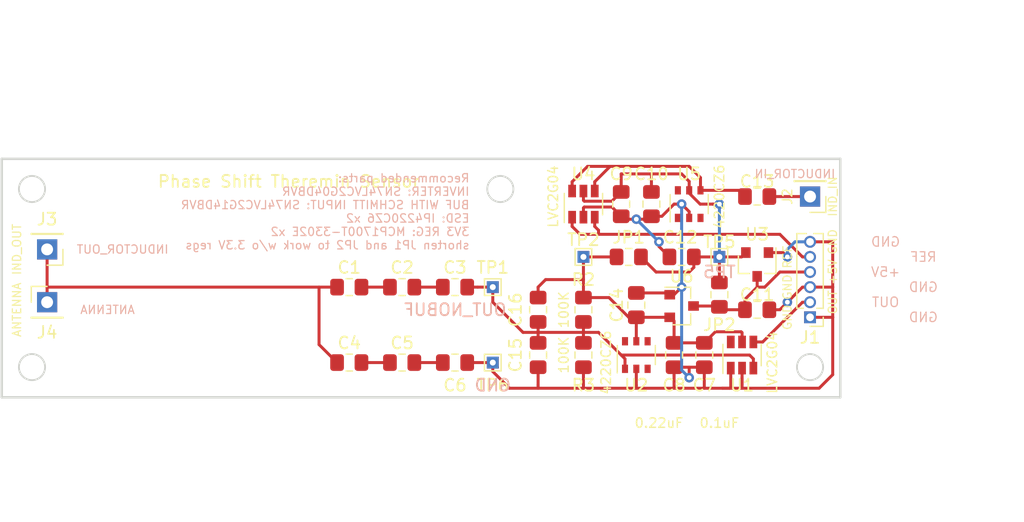
<source format=kicad_pcb>
(kicad_pcb (version 20171130) (host pcbnew "(5.0.2)-1")

  (general
    (thickness 1.6)
    (drawings 31)
    (tracks 185)
    (zones 0)
    (modules 34)
    (nets 22)
  )

  (page A4)
  (title_block
    (title "Theremin Phase Shift Sensor")
    (date 2019-12-09)
    (rev v0.3)
    (comment 1 "Teensy 4 Theremin Project")
    (comment 2 "(c) Vadim Lopatin 2019")
  )

  (layers
    (0 F.Cu signal)
    (31 B.Cu signal)
    (32 B.Adhes user)
    (33 F.Adhes user)
    (34 B.Paste user)
    (35 F.Paste user)
    (36 B.SilkS user)
    (37 F.SilkS user)
    (38 B.Mask user)
    (39 F.Mask user)
    (40 Dwgs.User user)
    (41 Cmts.User user)
    (42 Eco1.User user)
    (43 Eco2.User user)
    (44 Edge.Cuts user)
    (45 Margin user)
    (46 B.CrtYd user)
    (47 F.CrtYd user)
    (48 B.Fab user hide)
    (49 F.Fab user hide)
  )

  (setup
    (last_trace_width 0.25)
    (trace_clearance 0.2)
    (zone_clearance 0.508)
    (zone_45_only no)
    (trace_min 0.2)
    (segment_width 0.2)
    (edge_width 0.15)
    (via_size 0.8)
    (via_drill 0.4)
    (via_min_size 0.4)
    (via_min_drill 0.3)
    (uvia_size 0.3)
    (uvia_drill 0.1)
    (uvias_allowed no)
    (uvia_min_size 0.2)
    (uvia_min_drill 0.1)
    (pcb_text_width 0.3)
    (pcb_text_size 1.5 1.5)
    (mod_edge_width 0.15)
    (mod_text_size 1 1)
    (mod_text_width 0.15)
    (pad_size 1.524 1.524)
    (pad_drill 0.762)
    (pad_to_mask_clearance 0.051)
    (solder_mask_min_width 0.25)
    (aux_axis_origin 0 0)
    (visible_elements 7FFFFFFF)
    (pcbplotparams
      (layerselection 0x010fc_ffffffff)
      (usegerberextensions true)
      (usegerberattributes false)
      (usegerberadvancedattributes false)
      (creategerberjobfile false)
      (excludeedgelayer true)
      (linewidth 0.100000)
      (plotframeref false)
      (viasonmask false)
      (mode 1)
      (useauxorigin false)
      (hpglpennumber 1)
      (hpglpenspeed 20)
      (hpglpendiameter 15.000000)
      (psnegative false)
      (psa4output false)
      (plotreference true)
      (plotvalue true)
      (plotinvisibletext false)
      (padsonsilk false)
      (subtractmaskfromsilk false)
      (outputformat 1)
      (mirror false)
      (drillshape 0)
      (scaleselection 1)
      (outputdirectory "gerber/"))
  )

  (net 0 "")
  (net 1 +3V3)
  (net 2 GND)
  (net 3 /REF_CLK)
  (net 4 +5V)
  (net 5 "Net-(C1-Pad1)")
  (net 6 "Net-(C1-Pad2)")
  (net 7 /OUT)
  (net 8 "Net-(U2-Pad4)")
  (net 9 "Net-(U2-Pad3)")
  (net 10 "Net-(C13-Pad2)")
  (net 11 "Net-(U5-Pad3)")
  (net 12 "Net-(U5-Pad6)")
  (net 13 "Net-(U2-Pad6)")
  (net 14 "Net-(C13-Pad1)")
  (net 15 "Net-(C5-Pad2)")
  (net 16 "Net-(C4-Pad2)")
  (net 17 "Net-(C2-Pad2)")
  (net 18 "Net-(U1-Pad6)")
  (net 19 "Net-(U5-Pad1)")
  (net 20 "Net-(C15-Pad1)")
  (net 21 "Net-(C14-Pad1)")

  (net_class Default "This is the default net class."
    (clearance 0.2)
    (trace_width 0.25)
    (via_dia 0.8)
    (via_drill 0.4)
    (uvia_dia 0.3)
    (uvia_drill 0.1)
    (add_net +3V3)
    (add_net +5V)
    (add_net /OUT)
    (add_net /REF_CLK)
    (add_net GND)
    (add_net "Net-(C1-Pad1)")
    (add_net "Net-(C1-Pad2)")
    (add_net "Net-(C13-Pad1)")
    (add_net "Net-(C13-Pad2)")
    (add_net "Net-(C14-Pad1)")
    (add_net "Net-(C15-Pad1)")
    (add_net "Net-(C2-Pad2)")
    (add_net "Net-(C4-Pad2)")
    (add_net "Net-(C5-Pad2)")
    (add_net "Net-(U1-Pad6)")
    (add_net "Net-(U2-Pad3)")
    (add_net "Net-(U2-Pad4)")
    (add_net "Net-(U2-Pad6)")
    (add_net "Net-(U5-Pad1)")
    (add_net "Net-(U5-Pad3)")
    (add_net "Net-(U5-Pad6)")
  )

  (module Capacitor_SMD:C_0805_2012Metric_Pad1.15x1.40mm_HandSolder (layer F.Cu) (tedit 5B36C52B) (tstamp 5E485048)
    (at 126.365 106.68 270)
    (descr "Capacitor SMD 0805 (2012 Metric), square (rectangular) end terminal, IPC_7351 nominal with elongated pad for handsoldering. (Body size source: https://docs.google.com/spreadsheets/d/1BsfQQcO9C6DZCsRaXUlFlo91Tg2WpOkGARC1WS5S8t0/edit?usp=sharing), generated with kicad-footprint-generator")
    (tags "capacitor handsolder")
    (path /5E5BC251)
    (attr smd)
    (fp_text reference C16 (at 0 1.905 270) (layer F.SilkS)
      (effects (font (size 1 1) (thickness 0.15)))
    )
    (fp_text value 3.3pF (at 0 1.65 270) (layer F.Fab)
      (effects (font (size 1 1) (thickness 0.15)))
    )
    (fp_line (start -1 0.6) (end -1 -0.6) (layer F.Fab) (width 0.1))
    (fp_line (start -1 -0.6) (end 1 -0.6) (layer F.Fab) (width 0.1))
    (fp_line (start 1 -0.6) (end 1 0.6) (layer F.Fab) (width 0.1))
    (fp_line (start 1 0.6) (end -1 0.6) (layer F.Fab) (width 0.1))
    (fp_line (start -0.261252 -0.71) (end 0.261252 -0.71) (layer F.SilkS) (width 0.12))
    (fp_line (start -0.261252 0.71) (end 0.261252 0.71) (layer F.SilkS) (width 0.12))
    (fp_line (start -1.85 0.95) (end -1.85 -0.95) (layer F.CrtYd) (width 0.05))
    (fp_line (start -1.85 -0.95) (end 1.85 -0.95) (layer F.CrtYd) (width 0.05))
    (fp_line (start 1.85 -0.95) (end 1.85 0.95) (layer F.CrtYd) (width 0.05))
    (fp_line (start 1.85 0.95) (end -1.85 0.95) (layer F.CrtYd) (width 0.05))
    (fp_text user %R (at 0 0 270) (layer F.Fab)
      (effects (font (size 0.5 0.5) (thickness 0.08)))
    )
    (pad 1 smd roundrect (at -1.025 0 270) (size 1.15 1.4) (layers F.Cu F.Paste F.Mask) (roundrect_rratio 0.217391)
      (net 21 "Net-(C14-Pad1)"))
    (pad 2 smd roundrect (at 1.025 0 270) (size 1.15 1.4) (layers F.Cu F.Paste F.Mask) (roundrect_rratio 0.217391)
      (net 20 "Net-(C15-Pad1)"))
    (model ${KISYS3DMOD}/Capacitor_SMD.3dshapes/C_0805_2012Metric.wrl
      (at (xyz 0 0 0))
      (scale (xyz 1 1 1))
      (rotate (xyz 0 0 0))
    )
  )

  (module Capacitor_SMD:C_0805_2012Metric_Pad1.15x1.40mm_HandSolder (layer F.Cu) (tedit 5B36C52B) (tstamp 5E483FE3)
    (at 126.365 110.49 270)
    (descr "Capacitor SMD 0805 (2012 Metric), square (rectangular) end terminal, IPC_7351 nominal with elongated pad for handsoldering. (Body size source: https://docs.google.com/spreadsheets/d/1BsfQQcO9C6DZCsRaXUlFlo91Tg2WpOkGARC1WS5S8t0/edit?usp=sharing), generated with kicad-footprint-generator")
    (tags "capacitor handsolder")
    (path /5E58EBF3)
    (attr smd)
    (fp_text reference C15 (at 0 1.905 270) (layer F.SilkS)
      (effects (font (size 1 1) (thickness 0.15)))
    )
    (fp_text value 3.3pF (at 0 1.65 270) (layer F.Fab)
      (effects (font (size 1 1) (thickness 0.15)))
    )
    (fp_line (start -1 0.6) (end -1 -0.6) (layer F.Fab) (width 0.1))
    (fp_line (start -1 -0.6) (end 1 -0.6) (layer F.Fab) (width 0.1))
    (fp_line (start 1 -0.6) (end 1 0.6) (layer F.Fab) (width 0.1))
    (fp_line (start 1 0.6) (end -1 0.6) (layer F.Fab) (width 0.1))
    (fp_line (start -0.261252 -0.71) (end 0.261252 -0.71) (layer F.SilkS) (width 0.12))
    (fp_line (start -0.261252 0.71) (end 0.261252 0.71) (layer F.SilkS) (width 0.12))
    (fp_line (start -1.85 0.95) (end -1.85 -0.95) (layer F.CrtYd) (width 0.05))
    (fp_line (start -1.85 -0.95) (end 1.85 -0.95) (layer F.CrtYd) (width 0.05))
    (fp_line (start 1.85 -0.95) (end 1.85 0.95) (layer F.CrtYd) (width 0.05))
    (fp_line (start 1.85 0.95) (end -1.85 0.95) (layer F.CrtYd) (width 0.05))
    (fp_text user %R (at 0 0 270) (layer F.Fab)
      (effects (font (size 0.5 0.5) (thickness 0.08)))
    )
    (pad 1 smd roundrect (at -1.025 0 270) (size 1.15 1.4) (layers F.Cu F.Paste F.Mask) (roundrect_rratio 0.217391)
      (net 20 "Net-(C15-Pad1)"))
    (pad 2 smd roundrect (at 1.025 0 270) (size 1.15 1.4) (layers F.Cu F.Paste F.Mask) (roundrect_rratio 0.217391)
      (net 2 GND))
    (model ${KISYS3DMOD}/Capacitor_SMD.3dshapes/C_0805_2012Metric.wrl
      (at (xyz 0 0 0))
      (scale (xyz 1 1 1))
      (rotate (xyz 0 0 0))
    )
  )

  (module Resistor_SMD:R_0805_2012Metric_Pad1.15x1.40mm_HandSolder (layer F.Cu) (tedit 5B36C52B) (tstamp 5E47F409)
    (at 141.605 105.41 90)
    (descr "Resistor SMD 0805 (2012 Metric), square (rectangular) end terminal, IPC_7351 nominal with elongated pad for handsoldering. (Body size source: https://docs.google.com/spreadsheets/d/1BsfQQcO9C6DZCsRaXUlFlo91Tg2WpOkGARC1WS5S8t0/edit?usp=sharing), generated with kicad-footprint-generator")
    (tags "resistor handsolder")
    (path /5E51875F)
    (attr smd)
    (fp_text reference JP2 (at -2.54 0 180) (layer F.SilkS)
      (effects (font (size 1 1) (thickness 0.15)))
    )
    (fp_text value 00REG (at 0 1.65 90) (layer F.Fab)
      (effects (font (size 1 1) (thickness 0.15)))
    )
    (fp_line (start -1 0.6) (end -1 -0.6) (layer F.Fab) (width 0.1))
    (fp_line (start -1 -0.6) (end 1 -0.6) (layer F.Fab) (width 0.1))
    (fp_line (start 1 -0.6) (end 1 0.6) (layer F.Fab) (width 0.1))
    (fp_line (start 1 0.6) (end -1 0.6) (layer F.Fab) (width 0.1))
    (fp_line (start -0.261252 -0.71) (end 0.261252 -0.71) (layer F.SilkS) (width 0.12))
    (fp_line (start -0.261252 0.71) (end 0.261252 0.71) (layer F.SilkS) (width 0.12))
    (fp_line (start -1.85 0.95) (end -1.85 -0.95) (layer F.CrtYd) (width 0.05))
    (fp_line (start -1.85 -0.95) (end 1.85 -0.95) (layer F.CrtYd) (width 0.05))
    (fp_line (start 1.85 -0.95) (end 1.85 0.95) (layer F.CrtYd) (width 0.05))
    (fp_line (start 1.85 0.95) (end -1.85 0.95) (layer F.CrtYd) (width 0.05))
    (fp_text user %R (at 0 0 90) (layer F.Fab)
      (effects (font (size 0.5 0.5) (thickness 0.08)))
    )
    (pad 1 smd roundrect (at -1.025 0 90) (size 1.15 1.4) (layers F.Cu F.Paste F.Mask) (roundrect_rratio 0.217391)
      (net 4 +5V))
    (pad 2 smd roundrect (at 1.025 0 90) (size 1.15 1.4) (layers F.Cu F.Paste F.Mask) (roundrect_rratio 0.217391)
      (net 1 +3V3))
    (model ${KISYS3DMOD}/Resistor_SMD.3dshapes/R_0805_2012Metric.wrl
      (at (xyz 0 0 0))
      (scale (xyz 1 1 1))
      (rotate (xyz 0 0 0))
    )
  )

  (module Resistor_SMD:R_0805_2012Metric_Pad1.15x1.40mm_HandSolder (layer F.Cu) (tedit 5B36C52B) (tstamp 5E47E564)
    (at 133.985 102.235)
    (descr "Resistor SMD 0805 (2012 Metric), square (rectangular) end terminal, IPC_7351 nominal with elongated pad for handsoldering. (Body size source: https://docs.google.com/spreadsheets/d/1BsfQQcO9C6DZCsRaXUlFlo91Tg2WpOkGARC1WS5S8t0/edit?usp=sharing), generated with kicad-footprint-generator")
    (tags "resistor handsolder")
    (path /5E51304C)
    (attr smd)
    (fp_text reference JP1 (at 0 -1.65) (layer F.SilkS)
      (effects (font (size 1 1) (thickness 0.15)))
    )
    (fp_text value 01REG (at 0 1.65) (layer F.Fab)
      (effects (font (size 1 1) (thickness 0.15)))
    )
    (fp_line (start -1 0.6) (end -1 -0.6) (layer F.Fab) (width 0.1))
    (fp_line (start -1 -0.6) (end 1 -0.6) (layer F.Fab) (width 0.1))
    (fp_line (start 1 -0.6) (end 1 0.6) (layer F.Fab) (width 0.1))
    (fp_line (start 1 0.6) (end -1 0.6) (layer F.Fab) (width 0.1))
    (fp_line (start -0.261252 -0.71) (end 0.261252 -0.71) (layer F.SilkS) (width 0.12))
    (fp_line (start -0.261252 0.71) (end 0.261252 0.71) (layer F.SilkS) (width 0.12))
    (fp_line (start -1.85 0.95) (end -1.85 -0.95) (layer F.CrtYd) (width 0.05))
    (fp_line (start -1.85 -0.95) (end 1.85 -0.95) (layer F.CrtYd) (width 0.05))
    (fp_line (start 1.85 -0.95) (end 1.85 0.95) (layer F.CrtYd) (width 0.05))
    (fp_line (start 1.85 0.95) (end -1.85 0.95) (layer F.CrtYd) (width 0.05))
    (fp_text user %R (at 0 0) (layer F.Fab)
      (effects (font (size 0.5 0.5) (thickness 0.08)))
    )
    (pad 1 smd roundrect (at -1.025 0) (size 1.15 1.4) (layers F.Cu F.Paste F.Mask) (roundrect_rratio 0.217391)
      (net 21 "Net-(C14-Pad1)"))
    (pad 2 smd roundrect (at 1.025 0) (size 1.15 1.4) (layers F.Cu F.Paste F.Mask) (roundrect_rratio 0.217391)
      (net 1 +3V3))
    (model ${KISYS3DMOD}/Resistor_SMD.3dshapes/R_0805_2012Metric.wrl
      (at (xyz 0 0 0))
      (scale (xyz 1 1 1))
      (rotate (xyz 0 0 0))
    )
  )

  (module Connector_PinHeader_1.27mm:PinHeader_1x06_P1.27mm_Vertical (layer F.Cu) (tedit 59FED6E3) (tstamp 5E47252C)
    (at 149.225 107.315 180)
    (descr "Through hole straight pin header, 1x06, 1.27mm pitch, single row")
    (tags "Through hole pin header THT 1x06 1.27mm single row")
    (path /5DE043CD)
    (fp_text reference J1 (at 0 -1.695 180) (layer F.SilkS)
      (effects (font (size 1 1) (thickness 0.15)))
    )
    (fp_text value SENSOR (at 0 8.045 180) (layer F.Fab)
      (effects (font (size 1 1) (thickness 0.15)))
    )
    (fp_line (start -0.525 -0.635) (end 1.05 -0.635) (layer F.Fab) (width 0.1))
    (fp_line (start 1.05 -0.635) (end 1.05 6.985) (layer F.Fab) (width 0.1))
    (fp_line (start 1.05 6.985) (end -1.05 6.985) (layer F.Fab) (width 0.1))
    (fp_line (start -1.05 6.985) (end -1.05 -0.11) (layer F.Fab) (width 0.1))
    (fp_line (start -1.05 -0.11) (end -0.525 -0.635) (layer F.Fab) (width 0.1))
    (fp_line (start -1.11 7.045) (end -0.30753 7.045) (layer F.SilkS) (width 0.12))
    (fp_line (start 0.30753 7.045) (end 1.11 7.045) (layer F.SilkS) (width 0.12))
    (fp_line (start -1.11 0.76) (end -1.11 7.045) (layer F.SilkS) (width 0.12))
    (fp_line (start 1.11 0.76) (end 1.11 7.045) (layer F.SilkS) (width 0.12))
    (fp_line (start -1.11 0.76) (end -0.563471 0.76) (layer F.SilkS) (width 0.12))
    (fp_line (start 0.563471 0.76) (end 1.11 0.76) (layer F.SilkS) (width 0.12))
    (fp_line (start -1.11 0) (end -1.11 -0.76) (layer F.SilkS) (width 0.12))
    (fp_line (start -1.11 -0.76) (end 0 -0.76) (layer F.SilkS) (width 0.12))
    (fp_line (start -1.55 -1.15) (end -1.55 7.5) (layer F.CrtYd) (width 0.05))
    (fp_line (start -1.55 7.5) (end 1.55 7.5) (layer F.CrtYd) (width 0.05))
    (fp_line (start 1.55 7.5) (end 1.55 -1.15) (layer F.CrtYd) (width 0.05))
    (fp_line (start 1.55 -1.15) (end -1.55 -1.15) (layer F.CrtYd) (width 0.05))
    (fp_text user %R (at 0 3.175 270) (layer F.Fab)
      (effects (font (size 1 1) (thickness 0.15)))
    )
    (pad 1 thru_hole rect (at 0 0 180) (size 1 1) (drill 0.65) (layers *.Cu *.Mask)
      (net 2 GND))
    (pad 2 thru_hole oval (at 0 1.27 180) (size 1 1) (drill 0.65) (layers *.Cu *.Mask)
      (net 7 /OUT))
    (pad 3 thru_hole oval (at 0 2.54 180) (size 1 1) (drill 0.65) (layers *.Cu *.Mask)
      (net 2 GND))
    (pad 4 thru_hole oval (at 0 3.81 180) (size 1 1) (drill 0.65) (layers *.Cu *.Mask)
      (net 4 +5V))
    (pad 5 thru_hole oval (at 0 5.08 180) (size 1 1) (drill 0.65) (layers *.Cu *.Mask)
      (net 3 /REF_CLK))
    (pad 6 thru_hole oval (at 0 6.35 180) (size 1 1) (drill 0.65) (layers *.Cu *.Mask)
      (net 2 GND))
    (model ${KISYS3DMOD}/Connector_PinHeader_1.27mm.3dshapes/PinHeader_1x06_P1.27mm_Vertical.wrl
      (at (xyz 0 0 0))
      (scale (xyz 1 1 1))
      (rotate (xyz 0 0 0))
    )
  )

  (module Capacitor_SMD:C_0805_2012Metric_Pad1.15x1.40mm_HandSolder (layer F.Cu) (tedit 5B36C52B) (tstamp 5E4533A7)
    (at 134.62 106.29 90)
    (descr "Capacitor SMD 0805 (2012 Metric), square (rectangular) end terminal, IPC_7351 nominal with elongated pad for handsoldering. (Body size source: https://docs.google.com/spreadsheets/d/1BsfQQcO9C6DZCsRaXUlFlo91Tg2WpOkGARC1WS5S8t0/edit?usp=sharing), generated with kicad-footprint-generator")
    (tags "capacitor handsolder")
    (path /5E45C684)
    (attr smd)
    (fp_text reference C14 (at 0 -1.65 90) (layer F.SilkS)
      (effects (font (size 1 1) (thickness 0.15)))
    )
    (fp_text value 1uF (at 0 1.65 90) (layer F.Fab)
      (effects (font (size 1 1) (thickness 0.15)))
    )
    (fp_line (start -1 0.6) (end -1 -0.6) (layer F.Fab) (width 0.1))
    (fp_line (start -1 -0.6) (end 1 -0.6) (layer F.Fab) (width 0.1))
    (fp_line (start 1 -0.6) (end 1 0.6) (layer F.Fab) (width 0.1))
    (fp_line (start 1 0.6) (end -1 0.6) (layer F.Fab) (width 0.1))
    (fp_line (start -0.261252 -0.71) (end 0.261252 -0.71) (layer F.SilkS) (width 0.12))
    (fp_line (start -0.261252 0.71) (end 0.261252 0.71) (layer F.SilkS) (width 0.12))
    (fp_line (start -1.85 0.95) (end -1.85 -0.95) (layer F.CrtYd) (width 0.05))
    (fp_line (start -1.85 -0.95) (end 1.85 -0.95) (layer F.CrtYd) (width 0.05))
    (fp_line (start 1.85 -0.95) (end 1.85 0.95) (layer F.CrtYd) (width 0.05))
    (fp_line (start 1.85 0.95) (end -1.85 0.95) (layer F.CrtYd) (width 0.05))
    (fp_text user %R (at 0 0 90) (layer F.Fab)
      (effects (font (size 0.5 0.5) (thickness 0.08)))
    )
    (pad 1 smd roundrect (at -1.025 0 90) (size 1.15 1.4) (layers F.Cu F.Paste F.Mask) (roundrect_rratio 0.217391)
      (net 21 "Net-(C14-Pad1)"))
    (pad 2 smd roundrect (at 1.025 0 90) (size 1.15 1.4) (layers F.Cu F.Paste F.Mask) (roundrect_rratio 0.217391)
      (net 2 GND))
    (model ${KISYS3DMOD}/Capacitor_SMD.3dshapes/C_0805_2012Metric.wrl
      (at (xyz 0 0 0))
      (scale (xyz 1 1 1))
      (rotate (xyz 0 0 0))
    )
  )

  (module Package_TO_SOT_SMD:SOT-23 (layer F.Cu) (tedit 5A02FF57) (tstamp 5E453252)
    (at 138.43 106.365)
    (descr "SOT-23, Standard")
    (tags SOT-23)
    (path /5E45C6C3)
    (attr smd)
    (fp_text reference U6 (at 0 -2.5) (layer F.SilkS)
      (effects (font (size 1 1) (thickness 0.15)))
    )
    (fp_text value MCP1700-3302E (at 0 2.5) (layer F.Fab)
      (effects (font (size 1 1) (thickness 0.15)))
    )
    (fp_text user %R (at 0 0 90) (layer F.Fab)
      (effects (font (size 0.5 0.5) (thickness 0.075)))
    )
    (fp_line (start -0.7 -0.95) (end -0.7 1.5) (layer F.Fab) (width 0.1))
    (fp_line (start -0.15 -1.52) (end 0.7 -1.52) (layer F.Fab) (width 0.1))
    (fp_line (start -0.7 -0.95) (end -0.15 -1.52) (layer F.Fab) (width 0.1))
    (fp_line (start 0.7 -1.52) (end 0.7 1.52) (layer F.Fab) (width 0.1))
    (fp_line (start -0.7 1.52) (end 0.7 1.52) (layer F.Fab) (width 0.1))
    (fp_line (start 0.76 1.58) (end 0.76 0.65) (layer F.SilkS) (width 0.12))
    (fp_line (start 0.76 -1.58) (end 0.76 -0.65) (layer F.SilkS) (width 0.12))
    (fp_line (start -1.7 -1.75) (end 1.7 -1.75) (layer F.CrtYd) (width 0.05))
    (fp_line (start 1.7 -1.75) (end 1.7 1.75) (layer F.CrtYd) (width 0.05))
    (fp_line (start 1.7 1.75) (end -1.7 1.75) (layer F.CrtYd) (width 0.05))
    (fp_line (start -1.7 1.75) (end -1.7 -1.75) (layer F.CrtYd) (width 0.05))
    (fp_line (start 0.76 -1.58) (end -1.4 -1.58) (layer F.SilkS) (width 0.12))
    (fp_line (start 0.76 1.58) (end -0.7 1.58) (layer F.SilkS) (width 0.12))
    (pad 1 smd rect (at -1 -0.95) (size 0.9 0.8) (layers F.Cu F.Paste F.Mask)
      (net 2 GND))
    (pad 2 smd rect (at -1 0.95) (size 0.9 0.8) (layers F.Cu F.Paste F.Mask)
      (net 21 "Net-(C14-Pad1)"))
    (pad 3 smd rect (at 1 0) (size 0.9 0.8) (layers F.Cu F.Paste F.Mask)
      (net 4 +5V))
    (model ${KISYS3DMOD}/Package_TO_SOT_SMD.3dshapes/SOT-23.wrl
      (at (xyz 0 0 0))
      (scale (xyz 1 1 1))
      (rotate (xyz 0 0 0))
    )
  )

  (module TestPoint:TestPoint_THTPad_1.0x1.0mm_Drill0.5mm (layer F.Cu) (tedit 5A0F774F) (tstamp 5E453190)
    (at 130.175 102.235)
    (descr "THT rectangular pad as test Point, square 1.0mm side length, hole diameter 0.5mm")
    (tags "test point THT pad rectangle square")
    (path /5E45C6B3)
    (attr virtual)
    (fp_text reference TP2 (at 0 -1.448) (layer F.SilkS)
      (effects (font (size 1 1) (thickness 0.15)))
    )
    (fp_text value +3.3V (at 0 1.55) (layer F.Fab)
      (effects (font (size 1 1) (thickness 0.15)))
    )
    (fp_text user %R (at 0 -1.45) (layer F.Fab)
      (effects (font (size 1 1) (thickness 0.15)))
    )
    (fp_line (start -0.7 -0.7) (end 0.7 -0.7) (layer F.SilkS) (width 0.12))
    (fp_line (start 0.7 -0.7) (end 0.7 0.7) (layer F.SilkS) (width 0.12))
    (fp_line (start 0.7 0.7) (end -0.7 0.7) (layer F.SilkS) (width 0.12))
    (fp_line (start -0.7 0.7) (end -0.7 -0.7) (layer F.SilkS) (width 0.12))
    (fp_line (start -1 -1) (end 1 -1) (layer F.CrtYd) (width 0.05))
    (fp_line (start -1 -1) (end -1 1) (layer F.CrtYd) (width 0.05))
    (fp_line (start 1 1) (end 1 -1) (layer F.CrtYd) (width 0.05))
    (fp_line (start 1 1) (end -1 1) (layer F.CrtYd) (width 0.05))
    (pad 1 thru_hole rect (at 0 0) (size 1 1) (drill 0.5) (layers *.Cu *.Mask)
      (net 21 "Net-(C14-Pad1)"))
  )

  (module Package_TO_SOT_SMD:SOT-23-6 (layer F.Cu) (tedit 5DEE0CD0) (tstamp 5DEB77D0)
    (at 143.51 110.49 90)
    (descr "6-pin SOT-23 package")
    (tags SOT-23-6)
    (path /5DEE13DE)
    (attr smd)
    (fp_text reference U1 (at -2.54 0 180) (layer F.SilkS)
      (effects (font (size 1 1) (thickness 0.15)))
    )
    (fp_text value LVC2G04 (at -0.635 2.54 90) (layer F.SilkS)
      (effects (font (size 0.8 0.8) (thickness 0.12)))
    )
    (fp_line (start 0.9 -1.55) (end 0.9 1.55) (layer F.Fab) (width 0.1))
    (fp_line (start 0.9 1.55) (end -0.9 1.55) (layer F.Fab) (width 0.1))
    (fp_line (start -0.9 -0.9) (end -0.9 1.55) (layer F.Fab) (width 0.1))
    (fp_line (start 0.9 -1.55) (end -0.25 -1.55) (layer F.Fab) (width 0.1))
    (fp_line (start -0.9 -0.9) (end -0.25 -1.55) (layer F.Fab) (width 0.1))
    (fp_line (start -1.9 -1.8) (end -1.9 1.8) (layer F.CrtYd) (width 0.05))
    (fp_line (start -1.9 1.8) (end 1.9 1.8) (layer F.CrtYd) (width 0.05))
    (fp_line (start 1.9 1.8) (end 1.9 -1.8) (layer F.CrtYd) (width 0.05))
    (fp_line (start 1.9 -1.8) (end -1.9 -1.8) (layer F.CrtYd) (width 0.05))
    (fp_line (start 0.9 -1.61) (end -1.55 -1.61) (layer F.SilkS) (width 0.12))
    (fp_line (start -0.9 1.61) (end 0.9 1.61) (layer F.SilkS) (width 0.12))
    (fp_text user %R (at 0 0 180) (layer F.Fab)
      (effects (font (size 0.5 0.5) (thickness 0.075)))
    )
    (pad 5 smd rect (at 1.1 0 90) (size 1.06 0.65) (layers F.Cu F.Paste F.Mask)
      (net 21 "Net-(C14-Pad1)"))
    (pad 6 smd rect (at 1.1 -0.95 90) (size 1.06 0.65) (layers F.Cu F.Paste F.Mask)
      (net 18 "Net-(U1-Pad6)"))
    (pad 4 smd rect (at 1.1 0.95 90) (size 1.06 0.65) (layers F.Cu F.Paste F.Mask)
      (net 7 /OUT))
    (pad 3 smd rect (at -1.1 0.95 90) (size 1.06 0.65) (layers F.Cu F.Paste F.Mask)
      (net 20 "Net-(C15-Pad1)"))
    (pad 2 smd rect (at -1.1 0 90) (size 1.06 0.65) (layers F.Cu F.Paste F.Mask)
      (net 2 GND))
    (pad 1 smd rect (at -1.1 -0.95 90) (size 1.06 0.65) (layers F.Cu F.Paste F.Mask)
      (net 2 GND))
    (model ${KISYS3DMOD}/Package_TO_SOT_SMD.3dshapes/SOT-23-6.wrl
      (at (xyz 0 0 0))
      (scale (xyz 1 1 1))
      (rotate (xyz 0 0 0))
    )
  )

  (module Package_TO_SOT_SMD:SOT-23-6 (layer F.Cu) (tedit 5DEE0CF4) (tstamp 5DEB77BB)
    (at 130.175 97.79 90)
    (descr "6-pin SOT-23 package")
    (tags SOT-23-6)
    (path /5DEA3604)
    (attr smd)
    (fp_text reference U4 (at 2.54 0 180) (layer F.SilkS)
      (effects (font (size 1 1) (thickness 0.15)))
    )
    (fp_text value LVC2G04 (at 0.635 -2.54 270) (layer F.SilkS)
      (effects (font (size 0.8 0.8) (thickness 0.12)))
    )
    (fp_text user %R (at 0 0 180) (layer F.Fab)
      (effects (font (size 0.5 0.5) (thickness 0.075)))
    )
    (fp_line (start -0.9 1.61) (end 0.9 1.61) (layer F.SilkS) (width 0.12))
    (fp_line (start 0.9 -1.61) (end -1.55 -1.61) (layer F.SilkS) (width 0.12))
    (fp_line (start 1.9 -1.8) (end -1.9 -1.8) (layer F.CrtYd) (width 0.05))
    (fp_line (start 1.9 1.8) (end 1.9 -1.8) (layer F.CrtYd) (width 0.05))
    (fp_line (start -1.9 1.8) (end 1.9 1.8) (layer F.CrtYd) (width 0.05))
    (fp_line (start -1.9 -1.8) (end -1.9 1.8) (layer F.CrtYd) (width 0.05))
    (fp_line (start -0.9 -0.9) (end -0.25 -1.55) (layer F.Fab) (width 0.1))
    (fp_line (start 0.9 -1.55) (end -0.25 -1.55) (layer F.Fab) (width 0.1))
    (fp_line (start -0.9 -0.9) (end -0.9 1.55) (layer F.Fab) (width 0.1))
    (fp_line (start 0.9 1.55) (end -0.9 1.55) (layer F.Fab) (width 0.1))
    (fp_line (start 0.9 -1.55) (end 0.9 1.55) (layer F.Fab) (width 0.1))
    (pad 1 smd rect (at -1.1 -0.95 90) (size 1.06 0.65) (layers F.Cu F.Paste F.Mask)
      (net 3 /REF_CLK))
    (pad 2 smd rect (at -1.1 0 90) (size 1.06 0.65) (layers F.Cu F.Paste F.Mask)
      (net 2 GND))
    (pad 3 smd rect (at -1.1 0.95 90) (size 1.06 0.65) (layers F.Cu F.Paste F.Mask)
      (net 3 /REF_CLK))
    (pad 4 smd rect (at 1.1 0.95 90) (size 1.06 0.65) (layers F.Cu F.Paste F.Mask)
      (net 10 "Net-(C13-Pad2)"))
    (pad 6 smd rect (at 1.1 -0.95 90) (size 1.06 0.65) (layers F.Cu F.Paste F.Mask)
      (net 10 "Net-(C13-Pad2)"))
    (pad 5 smd rect (at 1.1 0 90) (size 1.06 0.65) (layers F.Cu F.Paste F.Mask)
      (net 1 +3V3))
    (model ${KISYS3DMOD}/Package_TO_SOT_SMD.3dshapes/SOT-23-6.wrl
      (at (xyz 0 0 0))
      (scale (xyz 1 1 1))
      (rotate (xyz 0 0 0))
    )
  )

  (module Resistor_SMD:R_0805_2012Metric_Pad1.15x1.40mm_HandSolder (layer F.Cu) (tedit 5DEE10CB) (tstamp 5DEB5A8E)
    (at 130.175 106.68 270)
    (descr "Resistor SMD 0805 (2012 Metric), square (rectangular) end terminal, IPC_7351 nominal with elongated pad for handsoldering. (Body size source: https://docs.google.com/spreadsheets/d/1BsfQQcO9C6DZCsRaXUlFlo91Tg2WpOkGARC1WS5S8t0/edit?usp=sharing), generated with kicad-footprint-generator")
    (tags "resistor handsolder")
    (path /5DDC4F30)
    (attr smd)
    (fp_text reference R2 (at -2.54 0) (layer F.SilkS)
      (effects (font (size 1 1) (thickness 0.15)))
    )
    (fp_text value 100K (at 0 1.651 270) (layer F.SilkS)
      (effects (font (size 0.8 0.8) (thickness 0.12)))
    )
    (fp_text user %R (at 0 0 270) (layer F.Fab)
      (effects (font (size 0.5 0.5) (thickness 0.08)))
    )
    (fp_line (start 1.85 0.95) (end -1.85 0.95) (layer F.CrtYd) (width 0.05))
    (fp_line (start 1.85 -0.95) (end 1.85 0.95) (layer F.CrtYd) (width 0.05))
    (fp_line (start -1.85 -0.95) (end 1.85 -0.95) (layer F.CrtYd) (width 0.05))
    (fp_line (start -1.85 0.95) (end -1.85 -0.95) (layer F.CrtYd) (width 0.05))
    (fp_line (start -0.261252 0.71) (end 0.261252 0.71) (layer F.SilkS) (width 0.12))
    (fp_line (start -0.261252 -0.71) (end 0.261252 -0.71) (layer F.SilkS) (width 0.12))
    (fp_line (start 1 0.6) (end -1 0.6) (layer F.Fab) (width 0.1))
    (fp_line (start 1 -0.6) (end 1 0.6) (layer F.Fab) (width 0.1))
    (fp_line (start -1 -0.6) (end 1 -0.6) (layer F.Fab) (width 0.1))
    (fp_line (start -1 0.6) (end -1 -0.6) (layer F.Fab) (width 0.1))
    (pad 2 smd roundrect (at 1.025 0 270) (size 1.15 1.4) (layers F.Cu F.Paste F.Mask) (roundrect_rratio 0.217391)
      (net 20 "Net-(C15-Pad1)"))
    (pad 1 smd roundrect (at -1.025 0 270) (size 1.15 1.4) (layers F.Cu F.Paste F.Mask) (roundrect_rratio 0.217391)
      (net 21 "Net-(C14-Pad1)"))
    (model ${KISYS3DMOD}/Resistor_SMD.3dshapes/R_0805_2012Metric.wrl
      (at (xyz 0 0 0))
      (scale (xyz 1 1 1))
      (rotate (xyz 0 0 0))
    )
  )

  (module Resistor_SMD:R_0805_2012Metric_Pad1.15x1.40mm_HandSolder (layer F.Cu) (tedit 5DEE10D6) (tstamp 5DEB5A7E)
    (at 130.175 110.49 270)
    (descr "Resistor SMD 0805 (2012 Metric), square (rectangular) end terminal, IPC_7351 nominal with elongated pad for handsoldering. (Body size source: https://docs.google.com/spreadsheets/d/1BsfQQcO9C6DZCsRaXUlFlo91Tg2WpOkGARC1WS5S8t0/edit?usp=sharing), generated with kicad-footprint-generator")
    (tags "resistor handsolder")
    (path /5DDC4FB9)
    (attr smd)
    (fp_text reference R3 (at 2.54 0 180) (layer F.SilkS)
      (effects (font (size 1 1) (thickness 0.15)))
    )
    (fp_text value 100K (at 0 1.651 270) (layer F.SilkS)
      (effects (font (size 0.8 0.8) (thickness 0.12)))
    )
    (fp_line (start -1 0.6) (end -1 -0.6) (layer F.Fab) (width 0.1))
    (fp_line (start -1 -0.6) (end 1 -0.6) (layer F.Fab) (width 0.1))
    (fp_line (start 1 -0.6) (end 1 0.6) (layer F.Fab) (width 0.1))
    (fp_line (start 1 0.6) (end -1 0.6) (layer F.Fab) (width 0.1))
    (fp_line (start -0.261252 -0.71) (end 0.261252 -0.71) (layer F.SilkS) (width 0.12))
    (fp_line (start -0.261252 0.71) (end 0.261252 0.71) (layer F.SilkS) (width 0.12))
    (fp_line (start -1.85 0.95) (end -1.85 -0.95) (layer F.CrtYd) (width 0.05))
    (fp_line (start -1.85 -0.95) (end 1.85 -0.95) (layer F.CrtYd) (width 0.05))
    (fp_line (start 1.85 -0.95) (end 1.85 0.95) (layer F.CrtYd) (width 0.05))
    (fp_line (start 1.85 0.95) (end -1.85 0.95) (layer F.CrtYd) (width 0.05))
    (fp_text user %R (at 0 0 270) (layer F.Fab)
      (effects (font (size 0.5 0.5) (thickness 0.08)))
    )
    (pad 1 smd roundrect (at -1.025 0 270) (size 1.15 1.4) (layers F.Cu F.Paste F.Mask) (roundrect_rratio 0.217391)
      (net 20 "Net-(C15-Pad1)"))
    (pad 2 smd roundrect (at 1.025 0 270) (size 1.15 1.4) (layers F.Cu F.Paste F.Mask) (roundrect_rratio 0.217391)
      (net 2 GND))
    (model ${KISYS3DMOD}/Resistor_SMD.3dshapes/R_0805_2012Metric.wrl
      (at (xyz 0 0 0))
      (scale (xyz 1 1 1))
      (rotate (xyz 0 0 0))
    )
  )

  (module Capacitor_SMD:C_0805_2012Metric_Pad1.15x1.40mm_HandSolder (layer F.Cu) (tedit 5B36C52B) (tstamp 5DEB51D5)
    (at 114.935 104.775)
    (descr "Capacitor SMD 0805 (2012 Metric), square (rectangular) end terminal, IPC_7351 nominal with elongated pad for handsoldering. (Body size source: https://docs.google.com/spreadsheets/d/1BsfQQcO9C6DZCsRaXUlFlo91Tg2WpOkGARC1WS5S8t0/edit?usp=sharing), generated with kicad-footprint-generator")
    (tags "capacitor handsolder")
    (path /5DDCCEBE)
    (attr smd)
    (fp_text reference C2 (at 0 -1.65) (layer F.SilkS)
      (effects (font (size 1 1) (thickness 0.15)))
    )
    (fp_text value 3.3pF (at 0 1.65) (layer F.Fab)
      (effects (font (size 1 1) (thickness 0.15)))
    )
    (fp_line (start -1 0.6) (end -1 -0.6) (layer F.Fab) (width 0.1))
    (fp_line (start -1 -0.6) (end 1 -0.6) (layer F.Fab) (width 0.1))
    (fp_line (start 1 -0.6) (end 1 0.6) (layer F.Fab) (width 0.1))
    (fp_line (start 1 0.6) (end -1 0.6) (layer F.Fab) (width 0.1))
    (fp_line (start -0.261252 -0.71) (end 0.261252 -0.71) (layer F.SilkS) (width 0.12))
    (fp_line (start -0.261252 0.71) (end 0.261252 0.71) (layer F.SilkS) (width 0.12))
    (fp_line (start -1.85 0.95) (end -1.85 -0.95) (layer F.CrtYd) (width 0.05))
    (fp_line (start -1.85 -0.95) (end 1.85 -0.95) (layer F.CrtYd) (width 0.05))
    (fp_line (start 1.85 -0.95) (end 1.85 0.95) (layer F.CrtYd) (width 0.05))
    (fp_line (start 1.85 0.95) (end -1.85 0.95) (layer F.CrtYd) (width 0.05))
    (fp_text user %R (at 0 0) (layer F.Fab)
      (effects (font (size 0.5 0.5) (thickness 0.08)))
    )
    (pad 1 smd roundrect (at -1.025 0) (size 1.15 1.4) (layers F.Cu F.Paste F.Mask) (roundrect_rratio 0.217391)
      (net 6 "Net-(C1-Pad2)"))
    (pad 2 smd roundrect (at 1.025 0) (size 1.15 1.4) (layers F.Cu F.Paste F.Mask) (roundrect_rratio 0.217391)
      (net 17 "Net-(C2-Pad2)"))
    (model ${KISYS3DMOD}/Capacitor_SMD.3dshapes/C_0805_2012Metric.wrl
      (at (xyz 0 0 0))
      (scale (xyz 1 1 1))
      (rotate (xyz 0 0 0))
    )
  )

  (module Capacitor_SMD:C_0805_2012Metric_Pad1.15x1.40mm_HandSolder (layer F.Cu) (tedit 5B36C52B) (tstamp 5DEB51C5)
    (at 119.38 104.775)
    (descr "Capacitor SMD 0805 (2012 Metric), square (rectangular) end terminal, IPC_7351 nominal with elongated pad for handsoldering. (Body size source: https://docs.google.com/spreadsheets/d/1BsfQQcO9C6DZCsRaXUlFlo91Tg2WpOkGARC1WS5S8t0/edit?usp=sharing), generated with kicad-footprint-generator")
    (tags "capacitor handsolder")
    (path /5DDF2A40)
    (attr smd)
    (fp_text reference C3 (at 0 -1.65) (layer F.SilkS)
      (effects (font (size 1 1) (thickness 0.15)))
    )
    (fp_text value 3.3pF (at 0 1.65) (layer F.Fab)
      (effects (font (size 1 1) (thickness 0.15)))
    )
    (fp_text user %R (at 0 0) (layer F.Fab)
      (effects (font (size 0.5 0.5) (thickness 0.08)))
    )
    (fp_line (start 1.85 0.95) (end -1.85 0.95) (layer F.CrtYd) (width 0.05))
    (fp_line (start 1.85 -0.95) (end 1.85 0.95) (layer F.CrtYd) (width 0.05))
    (fp_line (start -1.85 -0.95) (end 1.85 -0.95) (layer F.CrtYd) (width 0.05))
    (fp_line (start -1.85 0.95) (end -1.85 -0.95) (layer F.CrtYd) (width 0.05))
    (fp_line (start -0.261252 0.71) (end 0.261252 0.71) (layer F.SilkS) (width 0.12))
    (fp_line (start -0.261252 -0.71) (end 0.261252 -0.71) (layer F.SilkS) (width 0.12))
    (fp_line (start 1 0.6) (end -1 0.6) (layer F.Fab) (width 0.1))
    (fp_line (start 1 -0.6) (end 1 0.6) (layer F.Fab) (width 0.1))
    (fp_line (start -1 -0.6) (end 1 -0.6) (layer F.Fab) (width 0.1))
    (fp_line (start -1 0.6) (end -1 -0.6) (layer F.Fab) (width 0.1))
    (pad 2 smd roundrect (at 1.025 0) (size 1.15 1.4) (layers F.Cu F.Paste F.Mask) (roundrect_rratio 0.217391)
      (net 20 "Net-(C15-Pad1)"))
    (pad 1 smd roundrect (at -1.025 0) (size 1.15 1.4) (layers F.Cu F.Paste F.Mask) (roundrect_rratio 0.217391)
      (net 17 "Net-(C2-Pad2)"))
    (model ${KISYS3DMOD}/Capacitor_SMD.3dshapes/C_0805_2012Metric.wrl
      (at (xyz 0 0 0))
      (scale (xyz 1 1 1))
      (rotate (xyz 0 0 0))
    )
  )

  (module Capacitor_SMD:C_0805_2012Metric_Pad1.15x1.40mm_HandSolder (layer F.Cu) (tedit 5B36C52B) (tstamp 5DEB51B5)
    (at 110.49 111.125)
    (descr "Capacitor SMD 0805 (2012 Metric), square (rectangular) end terminal, IPC_7351 nominal with elongated pad for handsoldering. (Body size source: https://docs.google.com/spreadsheets/d/1BsfQQcO9C6DZCsRaXUlFlo91Tg2WpOkGARC1WS5S8t0/edit?usp=sharing), generated with kicad-footprint-generator")
    (tags "capacitor handsolder")
    (path /5DF6FB14)
    (attr smd)
    (fp_text reference C4 (at 0 -1.65) (layer F.SilkS)
      (effects (font (size 1 1) (thickness 0.15)))
    )
    (fp_text value 10pF (at 0 1.65) (layer F.Fab)
      (effects (font (size 1 1) (thickness 0.15)))
    )
    (fp_line (start -1 0.6) (end -1 -0.6) (layer F.Fab) (width 0.1))
    (fp_line (start -1 -0.6) (end 1 -0.6) (layer F.Fab) (width 0.1))
    (fp_line (start 1 -0.6) (end 1 0.6) (layer F.Fab) (width 0.1))
    (fp_line (start 1 0.6) (end -1 0.6) (layer F.Fab) (width 0.1))
    (fp_line (start -0.261252 -0.71) (end 0.261252 -0.71) (layer F.SilkS) (width 0.12))
    (fp_line (start -0.261252 0.71) (end 0.261252 0.71) (layer F.SilkS) (width 0.12))
    (fp_line (start -1.85 0.95) (end -1.85 -0.95) (layer F.CrtYd) (width 0.05))
    (fp_line (start -1.85 -0.95) (end 1.85 -0.95) (layer F.CrtYd) (width 0.05))
    (fp_line (start 1.85 -0.95) (end 1.85 0.95) (layer F.CrtYd) (width 0.05))
    (fp_line (start 1.85 0.95) (end -1.85 0.95) (layer F.CrtYd) (width 0.05))
    (fp_text user %R (at 0 0) (layer F.Fab)
      (effects (font (size 0.5 0.5) (thickness 0.08)))
    )
    (pad 1 smd roundrect (at -1.025 0) (size 1.15 1.4) (layers F.Cu F.Paste F.Mask) (roundrect_rratio 0.217391)
      (net 5 "Net-(C1-Pad1)"))
    (pad 2 smd roundrect (at 1.025 0) (size 1.15 1.4) (layers F.Cu F.Paste F.Mask) (roundrect_rratio 0.217391)
      (net 16 "Net-(C4-Pad2)"))
    (model ${KISYS3DMOD}/Capacitor_SMD.3dshapes/C_0805_2012Metric.wrl
      (at (xyz 0 0 0))
      (scale (xyz 1 1 1))
      (rotate (xyz 0 0 0))
    )
  )

  (module Capacitor_SMD:C_0805_2012Metric_Pad1.15x1.40mm_HandSolder (layer F.Cu) (tedit 5DEE0E9D) (tstamp 5DEB51A5)
    (at 114.935 111.125)
    (descr "Capacitor SMD 0805 (2012 Metric), square (rectangular) end terminal, IPC_7351 nominal with elongated pad for handsoldering. (Body size source: https://docs.google.com/spreadsheets/d/1BsfQQcO9C6DZCsRaXUlFlo91Tg2WpOkGARC1WS5S8t0/edit?usp=sharing), generated with kicad-footprint-generator")
    (tags "capacitor handsolder")
    (path /5DF6FB1A)
    (attr smd)
    (fp_text reference C5 (at 0 -1.65) (layer F.SilkS)
      (effects (font (size 1 1) (thickness 0.15)))
    )
    (fp_text value 10pF (at 0 1.65) (layer F.Fab)
      (effects (font (size 1 1) (thickness 0.15)))
    )
    (fp_text user %R (at 0 0) (layer F.Fab)
      (effects (font (size 0.5 0.5) (thickness 0.08)))
    )
    (fp_line (start 1.85 0.95) (end -1.85 0.95) (layer F.CrtYd) (width 0.05))
    (fp_line (start 1.85 -0.95) (end 1.85 0.95) (layer F.CrtYd) (width 0.05))
    (fp_line (start -1.85 -0.95) (end 1.85 -0.95) (layer F.CrtYd) (width 0.05))
    (fp_line (start -1.85 0.95) (end -1.85 -0.95) (layer F.CrtYd) (width 0.05))
    (fp_line (start -0.261252 0.71) (end 0.261252 0.71) (layer F.SilkS) (width 0.12))
    (fp_line (start -0.261252 -0.71) (end 0.261252 -0.71) (layer F.SilkS) (width 0.12))
    (fp_line (start 1 0.6) (end -1 0.6) (layer F.Fab) (width 0.1))
    (fp_line (start 1 -0.6) (end 1 0.6) (layer F.Fab) (width 0.1))
    (fp_line (start -1 -0.6) (end 1 -0.6) (layer F.Fab) (width 0.1))
    (fp_line (start -1 0.6) (end -1 -0.6) (layer F.Fab) (width 0.1))
    (pad 2 smd roundrect (at 1.025 0) (size 1.15 1.4) (layers F.Cu F.Paste F.Mask) (roundrect_rratio 0.217391)
      (net 15 "Net-(C5-Pad2)"))
    (pad 1 smd roundrect (at -1.025 0) (size 1.15 1.4) (layers F.Cu F.Paste F.Mask) (roundrect_rratio 0.217391)
      (net 16 "Net-(C4-Pad2)"))
    (model ${KISYS3DMOD}/Capacitor_SMD.3dshapes/C_0805_2012Metric.wrl
      (at (xyz 0 0 0))
      (scale (xyz 1 1 1))
      (rotate (xyz 0 0 0))
    )
  )

  (module Capacitor_SMD:C_0805_2012Metric_Pad1.15x1.40mm_HandSolder (layer F.Cu) (tedit 5DEE0E97) (tstamp 5DEB5195)
    (at 119.38 111.125)
    (descr "Capacitor SMD 0805 (2012 Metric), square (rectangular) end terminal, IPC_7351 nominal with elongated pad for handsoldering. (Body size source: https://docs.google.com/spreadsheets/d/1BsfQQcO9C6DZCsRaXUlFlo91Tg2WpOkGARC1WS5S8t0/edit?usp=sharing), generated with kicad-footprint-generator")
    (tags "capacitor handsolder")
    (path /5DF6FB22)
    (attr smd)
    (fp_text reference C6 (at 0 1.905) (layer F.SilkS)
      (effects (font (size 1 1) (thickness 0.15)))
    )
    (fp_text value 10pF (at 0 1.65) (layer F.Fab)
      (effects (font (size 1 1) (thickness 0.15)))
    )
    (fp_line (start -1 0.6) (end -1 -0.6) (layer F.Fab) (width 0.1))
    (fp_line (start -1 -0.6) (end 1 -0.6) (layer F.Fab) (width 0.1))
    (fp_line (start 1 -0.6) (end 1 0.6) (layer F.Fab) (width 0.1))
    (fp_line (start 1 0.6) (end -1 0.6) (layer F.Fab) (width 0.1))
    (fp_line (start -0.261252 -0.71) (end 0.261252 -0.71) (layer F.SilkS) (width 0.12))
    (fp_line (start -0.261252 0.71) (end 0.261252 0.71) (layer F.SilkS) (width 0.12))
    (fp_line (start -1.85 0.95) (end -1.85 -0.95) (layer F.CrtYd) (width 0.05))
    (fp_line (start -1.85 -0.95) (end 1.85 -0.95) (layer F.CrtYd) (width 0.05))
    (fp_line (start 1.85 -0.95) (end 1.85 0.95) (layer F.CrtYd) (width 0.05))
    (fp_line (start 1.85 0.95) (end -1.85 0.95) (layer F.CrtYd) (width 0.05))
    (fp_text user %R (at 0 0) (layer F.Fab)
      (effects (font (size 0.5 0.5) (thickness 0.08)))
    )
    (pad 1 smd roundrect (at -1.025 0) (size 1.15 1.4) (layers F.Cu F.Paste F.Mask) (roundrect_rratio 0.217391)
      (net 15 "Net-(C5-Pad2)"))
    (pad 2 smd roundrect (at 1.025 0) (size 1.15 1.4) (layers F.Cu F.Paste F.Mask) (roundrect_rratio 0.217391)
      (net 2 GND))
    (model ${KISYS3DMOD}/Capacitor_SMD.3dshapes/C_0805_2012Metric.wrl
      (at (xyz 0 0 0))
      (scale (xyz 1 1 1))
      (rotate (xyz 0 0 0))
    )
  )

  (module Capacitor_SMD:C_0805_2012Metric_Pad1.15x1.40mm_HandSolder (layer F.Cu) (tedit 5DEE104B) (tstamp 5DEB5185)
    (at 140.335 110.49 270)
    (descr "Capacitor SMD 0805 (2012 Metric), square (rectangular) end terminal, IPC_7351 nominal with elongated pad for handsoldering. (Body size source: https://docs.google.com/spreadsheets/d/1BsfQQcO9C6DZCsRaXUlFlo91Tg2WpOkGARC1WS5S8t0/edit?usp=sharing), generated with kicad-footprint-generator")
    (tags "capacitor handsolder")
    (path /5DEE13EA)
    (attr smd)
    (fp_text reference C7 (at 2.54 0) (layer F.SilkS)
      (effects (font (size 1 1) (thickness 0.15)))
    )
    (fp_text value 0.1uF (at 5.715 -1.27) (layer F.SilkS)
      (effects (font (size 0.8 0.8) (thickness 0.12)))
    )
    (fp_text user %R (at 0 0 270) (layer F.Fab)
      (effects (font (size 0.5 0.5) (thickness 0.08)))
    )
    (fp_line (start 1.85 0.95) (end -1.85 0.95) (layer F.CrtYd) (width 0.05))
    (fp_line (start 1.85 -0.95) (end 1.85 0.95) (layer F.CrtYd) (width 0.05))
    (fp_line (start -1.85 -0.95) (end 1.85 -0.95) (layer F.CrtYd) (width 0.05))
    (fp_line (start -1.85 0.95) (end -1.85 -0.95) (layer F.CrtYd) (width 0.05))
    (fp_line (start -0.261252 0.71) (end 0.261252 0.71) (layer F.SilkS) (width 0.12))
    (fp_line (start -0.261252 -0.71) (end 0.261252 -0.71) (layer F.SilkS) (width 0.12))
    (fp_line (start 1 0.6) (end -1 0.6) (layer F.Fab) (width 0.1))
    (fp_line (start 1 -0.6) (end 1 0.6) (layer F.Fab) (width 0.1))
    (fp_line (start -1 -0.6) (end 1 -0.6) (layer F.Fab) (width 0.1))
    (fp_line (start -1 0.6) (end -1 -0.6) (layer F.Fab) (width 0.1))
    (pad 2 smd roundrect (at 1.025 0 270) (size 1.15 1.4) (layers F.Cu F.Paste F.Mask) (roundrect_rratio 0.217391)
      (net 2 GND))
    (pad 1 smd roundrect (at -1.025 0 270) (size 1.15 1.4) (layers F.Cu F.Paste F.Mask) (roundrect_rratio 0.217391)
      (net 21 "Net-(C14-Pad1)"))
    (model ${KISYS3DMOD}/Capacitor_SMD.3dshapes/C_0805_2012Metric.wrl
      (at (xyz 0 0 0))
      (scale (xyz 1 1 1))
      (rotate (xyz 0 0 0))
    )
  )

  (module Capacitor_SMD:C_0805_2012Metric_Pad1.15x1.40mm_HandSolder (layer F.Cu) (tedit 5DEE1053) (tstamp 5DEB5175)
    (at 137.795 110.49 270)
    (descr "Capacitor SMD 0805 (2012 Metric), square (rectangular) end terminal, IPC_7351 nominal with elongated pad for handsoldering. (Body size source: https://docs.google.com/spreadsheets/d/1BsfQQcO9C6DZCsRaXUlFlo91Tg2WpOkGARC1WS5S8t0/edit?usp=sharing), generated with kicad-footprint-generator")
    (tags "capacitor handsolder")
    (path /5DF1ED56)
    (attr smd)
    (fp_text reference C8 (at 2.54 0) (layer F.SilkS)
      (effects (font (size 1 1) (thickness 0.15)))
    )
    (fp_text value 0.22uF (at 5.715 1.27) (layer F.SilkS)
      (effects (font (size 0.8 0.8) (thickness 0.12)))
    )
    (fp_line (start -1 0.6) (end -1 -0.6) (layer F.Fab) (width 0.1))
    (fp_line (start -1 -0.6) (end 1 -0.6) (layer F.Fab) (width 0.1))
    (fp_line (start 1 -0.6) (end 1 0.6) (layer F.Fab) (width 0.1))
    (fp_line (start 1 0.6) (end -1 0.6) (layer F.Fab) (width 0.1))
    (fp_line (start -0.261252 -0.71) (end 0.261252 -0.71) (layer F.SilkS) (width 0.12))
    (fp_line (start -0.261252 0.71) (end 0.261252 0.71) (layer F.SilkS) (width 0.12))
    (fp_line (start -1.85 0.95) (end -1.85 -0.95) (layer F.CrtYd) (width 0.05))
    (fp_line (start -1.85 -0.95) (end 1.85 -0.95) (layer F.CrtYd) (width 0.05))
    (fp_line (start 1.85 -0.95) (end 1.85 0.95) (layer F.CrtYd) (width 0.05))
    (fp_line (start 1.85 0.95) (end -1.85 0.95) (layer F.CrtYd) (width 0.05))
    (fp_text user %R (at 0 0 270) (layer F.Fab)
      (effects (font (size 0.5 0.5) (thickness 0.08)))
    )
    (pad 1 smd roundrect (at -1.025 0 270) (size 1.15 1.4) (layers F.Cu F.Paste F.Mask) (roundrect_rratio 0.217391)
      (net 21 "Net-(C14-Pad1)"))
    (pad 2 smd roundrect (at 1.025 0 270) (size 1.15 1.4) (layers F.Cu F.Paste F.Mask) (roundrect_rratio 0.217391)
      (net 2 GND))
    (model ${KISYS3DMOD}/Capacitor_SMD.3dshapes/C_0805_2012Metric.wrl
      (at (xyz 0 0 0))
      (scale (xyz 1 1 1))
      (rotate (xyz 0 0 0))
    )
  )

  (module Capacitor_SMD:C_0805_2012Metric_Pad1.15x1.40mm_HandSolder (layer F.Cu) (tedit 5E455588) (tstamp 5DEB5165)
    (at 133.35 97.79 270)
    (descr "Capacitor SMD 0805 (2012 Metric), square (rectangular) end terminal, IPC_7351 nominal with elongated pad for handsoldering. (Body size source: https://docs.google.com/spreadsheets/d/1BsfQQcO9C6DZCsRaXUlFlo91Tg2WpOkGARC1WS5S8t0/edit?usp=sharing), generated with kicad-footprint-generator")
    (tags "capacitor handsolder")
    (path /5DEAAC89)
    (attr smd)
    (fp_text reference C9 (at -2.54 0) (layer F.SilkS)
      (effects (font (size 1 1) (thickness 0.15)))
    )
    (fp_text value 0.1uF (at 2.54 0.635) (layer F.Fab)
      (effects (font (size 0.8 0.8) (thickness 0.12)))
    )
    (fp_text user %R (at 0 0 270) (layer F.Fab)
      (effects (font (size 0.5 0.5) (thickness 0.08)))
    )
    (fp_line (start 1.85 0.95) (end -1.85 0.95) (layer F.CrtYd) (width 0.05))
    (fp_line (start 1.85 -0.95) (end 1.85 0.95) (layer F.CrtYd) (width 0.05))
    (fp_line (start -1.85 -0.95) (end 1.85 -0.95) (layer F.CrtYd) (width 0.05))
    (fp_line (start -1.85 0.95) (end -1.85 -0.95) (layer F.CrtYd) (width 0.05))
    (fp_line (start -0.261252 0.71) (end 0.261252 0.71) (layer F.SilkS) (width 0.12))
    (fp_line (start -0.261252 -0.71) (end 0.261252 -0.71) (layer F.SilkS) (width 0.12))
    (fp_line (start 1 0.6) (end -1 0.6) (layer F.Fab) (width 0.1))
    (fp_line (start 1 -0.6) (end 1 0.6) (layer F.Fab) (width 0.1))
    (fp_line (start -1 -0.6) (end 1 -0.6) (layer F.Fab) (width 0.1))
    (fp_line (start -1 0.6) (end -1 -0.6) (layer F.Fab) (width 0.1))
    (pad 2 smd roundrect (at 1.025 0 270) (size 1.15 1.4) (layers F.Cu F.Paste F.Mask) (roundrect_rratio 0.217391)
      (net 2 GND))
    (pad 1 smd roundrect (at -1.025 0 270) (size 1.15 1.4) (layers F.Cu F.Paste F.Mask) (roundrect_rratio 0.217391)
      (net 1 +3V3))
    (model ${KISYS3DMOD}/Capacitor_SMD.3dshapes/C_0805_2012Metric.wrl
      (at (xyz 0 0 0))
      (scale (xyz 1 1 1))
      (rotate (xyz 0 0 0))
    )
  )

  (module Capacitor_SMD:C_0805_2012Metric_Pad1.15x1.40mm_HandSolder (layer F.Cu) (tedit 5E45557F) (tstamp 5DEB5155)
    (at 135.89 97.79 270)
    (descr "Capacitor SMD 0805 (2012 Metric), square (rectangular) end terminal, IPC_7351 nominal with elongated pad for handsoldering. (Body size source: https://docs.google.com/spreadsheets/d/1BsfQQcO9C6DZCsRaXUlFlo91Tg2WpOkGARC1WS5S8t0/edit?usp=sharing), generated with kicad-footprint-generator")
    (tags "capacitor handsolder")
    (path /5DEC729F)
    (attr smd)
    (fp_text reference C10 (at -2.54 0) (layer F.SilkS)
      (effects (font (size 1 1) (thickness 0.15)))
    )
    (fp_text value 0.22uF (at 2.54 -0.635) (layer F.Fab)
      (effects (font (size 0.8 0.8) (thickness 0.12)))
    )
    (fp_line (start -1 0.6) (end -1 -0.6) (layer F.Fab) (width 0.1))
    (fp_line (start -1 -0.6) (end 1 -0.6) (layer F.Fab) (width 0.1))
    (fp_line (start 1 -0.6) (end 1 0.6) (layer F.Fab) (width 0.1))
    (fp_line (start 1 0.6) (end -1 0.6) (layer F.Fab) (width 0.1))
    (fp_line (start -0.261252 -0.71) (end 0.261252 -0.71) (layer F.SilkS) (width 0.12))
    (fp_line (start -0.261252 0.71) (end 0.261252 0.71) (layer F.SilkS) (width 0.12))
    (fp_line (start -1.85 0.95) (end -1.85 -0.95) (layer F.CrtYd) (width 0.05))
    (fp_line (start -1.85 -0.95) (end 1.85 -0.95) (layer F.CrtYd) (width 0.05))
    (fp_line (start 1.85 -0.95) (end 1.85 0.95) (layer F.CrtYd) (width 0.05))
    (fp_line (start 1.85 0.95) (end -1.85 0.95) (layer F.CrtYd) (width 0.05))
    (fp_text user %R (at 0 0 270) (layer F.Fab)
      (effects (font (size 0.5 0.5) (thickness 0.08)))
    )
    (pad 1 smd roundrect (at -1.025 0 270) (size 1.15 1.4) (layers F.Cu F.Paste F.Mask) (roundrect_rratio 0.217391)
      (net 1 +3V3))
    (pad 2 smd roundrect (at 1.025 0 270) (size 1.15 1.4) (layers F.Cu F.Paste F.Mask) (roundrect_rratio 0.217391)
      (net 2 GND))
    (model ${KISYS3DMOD}/Capacitor_SMD.3dshapes/C_0805_2012Metric.wrl
      (at (xyz 0 0 0))
      (scale (xyz 1 1 1))
      (rotate (xyz 0 0 0))
    )
  )

  (module Capacitor_SMD:C_0805_2012Metric_Pad1.15x1.40mm_HandSolder (layer F.Cu) (tedit 5B36C52B) (tstamp 5DEB5145)
    (at 144.78 106.68)
    (descr "Capacitor SMD 0805 (2012 Metric), square (rectangular) end terminal, IPC_7351 nominal with elongated pad for handsoldering. (Body size source: https://docs.google.com/spreadsheets/d/1BsfQQcO9C6DZCsRaXUlFlo91Tg2WpOkGARC1WS5S8t0/edit?usp=sharing), generated with kicad-footprint-generator")
    (tags "capacitor handsolder")
    (path /5DD314D9)
    (attr smd)
    (fp_text reference C11 (at 0 -1.27 180) (layer F.SilkS)
      (effects (font (size 1 1) (thickness 0.15)))
    )
    (fp_text value 1uF (at 0 1.65) (layer F.Fab)
      (effects (font (size 1 1) (thickness 0.15)))
    )
    (fp_text user %R (at 0 0) (layer F.Fab)
      (effects (font (size 0.5 0.5) (thickness 0.08)))
    )
    (fp_line (start 1.85 0.95) (end -1.85 0.95) (layer F.CrtYd) (width 0.05))
    (fp_line (start 1.85 -0.95) (end 1.85 0.95) (layer F.CrtYd) (width 0.05))
    (fp_line (start -1.85 -0.95) (end 1.85 -0.95) (layer F.CrtYd) (width 0.05))
    (fp_line (start -1.85 0.95) (end -1.85 -0.95) (layer F.CrtYd) (width 0.05))
    (fp_line (start -0.261252 0.71) (end 0.261252 0.71) (layer F.SilkS) (width 0.12))
    (fp_line (start -0.261252 -0.71) (end 0.261252 -0.71) (layer F.SilkS) (width 0.12))
    (fp_line (start 1 0.6) (end -1 0.6) (layer F.Fab) (width 0.1))
    (fp_line (start 1 -0.6) (end 1 0.6) (layer F.Fab) (width 0.1))
    (fp_line (start -1 -0.6) (end 1 -0.6) (layer F.Fab) (width 0.1))
    (fp_line (start -1 0.6) (end -1 -0.6) (layer F.Fab) (width 0.1))
    (pad 2 smd roundrect (at 1.025 0) (size 1.15 1.4) (layers F.Cu F.Paste F.Mask) (roundrect_rratio 0.217391)
      (net 2 GND))
    (pad 1 smd roundrect (at -1.025 0) (size 1.15 1.4) (layers F.Cu F.Paste F.Mask) (roundrect_rratio 0.217391)
      (net 4 +5V))
    (model ${KISYS3DMOD}/Capacitor_SMD.3dshapes/C_0805_2012Metric.wrl
      (at (xyz 0 0 0))
      (scale (xyz 1 1 1))
      (rotate (xyz 0 0 0))
    )
  )

  (module Capacitor_SMD:C_0805_2012Metric_Pad1.15x1.40mm_HandSolder (layer F.Cu) (tedit 5B36C52B) (tstamp 5DEB5135)
    (at 110.49 104.775)
    (descr "Capacitor SMD 0805 (2012 Metric), square (rectangular) end terminal, IPC_7351 nominal with elongated pad for handsoldering. (Body size source: https://docs.google.com/spreadsheets/d/1BsfQQcO9C6DZCsRaXUlFlo91Tg2WpOkGARC1WS5S8t0/edit?usp=sharing), generated with kicad-footprint-generator")
    (tags "capacitor handsolder")
    (path /5D9DEE40)
    (attr smd)
    (fp_text reference C1 (at 0 -1.65) (layer F.SilkS)
      (effects (font (size 1 1) (thickness 0.15)))
    )
    (fp_text value 3.3pF (at 0 1.65) (layer F.Fab)
      (effects (font (size 1 1) (thickness 0.15)))
    )
    (fp_line (start -1 0.6) (end -1 -0.6) (layer F.Fab) (width 0.1))
    (fp_line (start -1 -0.6) (end 1 -0.6) (layer F.Fab) (width 0.1))
    (fp_line (start 1 -0.6) (end 1 0.6) (layer F.Fab) (width 0.1))
    (fp_line (start 1 0.6) (end -1 0.6) (layer F.Fab) (width 0.1))
    (fp_line (start -0.261252 -0.71) (end 0.261252 -0.71) (layer F.SilkS) (width 0.12))
    (fp_line (start -0.261252 0.71) (end 0.261252 0.71) (layer F.SilkS) (width 0.12))
    (fp_line (start -1.85 0.95) (end -1.85 -0.95) (layer F.CrtYd) (width 0.05))
    (fp_line (start -1.85 -0.95) (end 1.85 -0.95) (layer F.CrtYd) (width 0.05))
    (fp_line (start 1.85 -0.95) (end 1.85 0.95) (layer F.CrtYd) (width 0.05))
    (fp_line (start 1.85 0.95) (end -1.85 0.95) (layer F.CrtYd) (width 0.05))
    (fp_text user %R (at 0 0) (layer F.Fab)
      (effects (font (size 0.5 0.5) (thickness 0.08)))
    )
    (pad 1 smd roundrect (at -1.025 0) (size 1.15 1.4) (layers F.Cu F.Paste F.Mask) (roundrect_rratio 0.217391)
      (net 5 "Net-(C1-Pad1)"))
    (pad 2 smd roundrect (at 1.025 0) (size 1.15 1.4) (layers F.Cu F.Paste F.Mask) (roundrect_rratio 0.217391)
      (net 6 "Net-(C1-Pad2)"))
    (model ${KISYS3DMOD}/Capacitor_SMD.3dshapes/C_0805_2012Metric.wrl
      (at (xyz 0 0 0))
      (scale (xyz 1 1 1))
      (rotate (xyz 0 0 0))
    )
  )

  (module Capacitor_SMD:C_0805_2012Metric_Pad1.15x1.40mm_HandSolder (layer F.Cu) (tedit 5B36C52B) (tstamp 5DEB5125)
    (at 144.78 97.155 180)
    (descr "Capacitor SMD 0805 (2012 Metric), square (rectangular) end terminal, IPC_7351 nominal with elongated pad for handsoldering. (Body size source: https://docs.google.com/spreadsheets/d/1BsfQQcO9C6DZCsRaXUlFlo91Tg2WpOkGARC1WS5S8t0/edit?usp=sharing), generated with kicad-footprint-generator")
    (tags "capacitor handsolder")
    (path /5DF84774)
    (attr smd)
    (fp_text reference C13 (at 0 1.27 180) (layer F.SilkS)
      (effects (font (size 1 1) (thickness 0.15)))
    )
    (fp_text value 220pF (at 0 1.65 180) (layer F.Fab)
      (effects (font (size 1 1) (thickness 0.15)))
    )
    (fp_text user %R (at 0 0 180) (layer F.Fab)
      (effects (font (size 0.5 0.5) (thickness 0.08)))
    )
    (fp_line (start 1.85 0.95) (end -1.85 0.95) (layer F.CrtYd) (width 0.05))
    (fp_line (start 1.85 -0.95) (end 1.85 0.95) (layer F.CrtYd) (width 0.05))
    (fp_line (start -1.85 -0.95) (end 1.85 -0.95) (layer F.CrtYd) (width 0.05))
    (fp_line (start -1.85 0.95) (end -1.85 -0.95) (layer F.CrtYd) (width 0.05))
    (fp_line (start -0.261252 0.71) (end 0.261252 0.71) (layer F.SilkS) (width 0.12))
    (fp_line (start -0.261252 -0.71) (end 0.261252 -0.71) (layer F.SilkS) (width 0.12))
    (fp_line (start 1 0.6) (end -1 0.6) (layer F.Fab) (width 0.1))
    (fp_line (start 1 -0.6) (end 1 0.6) (layer F.Fab) (width 0.1))
    (fp_line (start -1 -0.6) (end 1 -0.6) (layer F.Fab) (width 0.1))
    (fp_line (start -1 0.6) (end -1 -0.6) (layer F.Fab) (width 0.1))
    (pad 2 smd roundrect (at 1.025 0 180) (size 1.15 1.4) (layers F.Cu F.Paste F.Mask) (roundrect_rratio 0.217391)
      (net 10 "Net-(C13-Pad2)"))
    (pad 1 smd roundrect (at -1.025 0 180) (size 1.15 1.4) (layers F.Cu F.Paste F.Mask) (roundrect_rratio 0.217391)
      (net 14 "Net-(C13-Pad1)"))
    (model ${KISYS3DMOD}/Capacitor_SMD.3dshapes/C_0805_2012Metric.wrl
      (at (xyz 0 0 0))
      (scale (xyz 1 1 1))
      (rotate (xyz 0 0 0))
    )
  )

  (module Capacitor_SMD:C_0805_2012Metric_Pad1.15x1.40mm_HandSolder (layer F.Cu) (tedit 5B36C52B) (tstamp 5DEB5115)
    (at 138.43 102.235 180)
    (descr "Capacitor SMD 0805 (2012 Metric), square (rectangular) end terminal, IPC_7351 nominal with elongated pad for handsoldering. (Body size source: https://docs.google.com/spreadsheets/d/1BsfQQcO9C6DZCsRaXUlFlo91Tg2WpOkGARC1WS5S8t0/edit?usp=sharing), generated with kicad-footprint-generator")
    (tags "capacitor handsolder")
    (path /5DD2E1A1)
    (attr smd)
    (fp_text reference C12 (at 0.118 1.651 180) (layer F.SilkS)
      (effects (font (size 1 1) (thickness 0.15)))
    )
    (fp_text value 1uF (at 0 1.65 180) (layer F.Fab)
      (effects (font (size 1 1) (thickness 0.15)))
    )
    (fp_line (start -1 0.6) (end -1 -0.6) (layer F.Fab) (width 0.1))
    (fp_line (start -1 -0.6) (end 1 -0.6) (layer F.Fab) (width 0.1))
    (fp_line (start 1 -0.6) (end 1 0.6) (layer F.Fab) (width 0.1))
    (fp_line (start 1 0.6) (end -1 0.6) (layer F.Fab) (width 0.1))
    (fp_line (start -0.261252 -0.71) (end 0.261252 -0.71) (layer F.SilkS) (width 0.12))
    (fp_line (start -0.261252 0.71) (end 0.261252 0.71) (layer F.SilkS) (width 0.12))
    (fp_line (start -1.85 0.95) (end -1.85 -0.95) (layer F.CrtYd) (width 0.05))
    (fp_line (start -1.85 -0.95) (end 1.85 -0.95) (layer F.CrtYd) (width 0.05))
    (fp_line (start 1.85 -0.95) (end 1.85 0.95) (layer F.CrtYd) (width 0.05))
    (fp_line (start 1.85 0.95) (end -1.85 0.95) (layer F.CrtYd) (width 0.05))
    (fp_text user %R (at 0 0 180) (layer F.Fab)
      (effects (font (size 0.5 0.5) (thickness 0.08)))
    )
    (pad 1 smd roundrect (at -1.025 0 180) (size 1.15 1.4) (layers F.Cu F.Paste F.Mask) (roundrect_rratio 0.217391)
      (net 1 +3V3))
    (pad 2 smd roundrect (at 1.025 0 180) (size 1.15 1.4) (layers F.Cu F.Paste F.Mask) (roundrect_rratio 0.217391)
      (net 2 GND))
    (model ${KISYS3DMOD}/Capacitor_SMD.3dshapes/C_0805_2012Metric.wrl
      (at (xyz 0 0 0))
      (scale (xyz 1 1 1))
      (rotate (xyz 0 0 0))
    )
  )

  (module Connector_PinHeader_2.54mm:PinHeader_1x01_P2.54mm_Vertical (layer F.Cu) (tedit 5DEE0C72) (tstamp 5DEB31CB)
    (at 85.09 106.045)
    (descr "Through hole straight pin header, 1x01, 2.54mm pitch, single row")
    (tags "Through hole pin header THT 1x01 2.54mm single row")
    (path /5D9FD990)
    (fp_text reference J4 (at 0 2.54) (layer F.SilkS)
      (effects (font (size 1 1) (thickness 0.15)))
    )
    (fp_text value ANTENNA (at 5.715 1.27) (layer F.Fab)
      (effects (font (size 1 1) (thickness 0.15)))
    )
    (fp_line (start -0.635 -1.27) (end 1.27 -1.27) (layer F.Fab) (width 0.1))
    (fp_line (start 1.27 -1.27) (end 1.27 1.27) (layer F.Fab) (width 0.1))
    (fp_line (start 1.27 1.27) (end -1.27 1.27) (layer F.Fab) (width 0.1))
    (fp_line (start -1.27 1.27) (end -1.27 -0.635) (layer F.Fab) (width 0.1))
    (fp_line (start -1.27 -0.635) (end -0.635 -1.27) (layer F.Fab) (width 0.1))
    (fp_line (start -1.33 1.33) (end 1.33 1.33) (layer F.SilkS) (width 0.12))
    (fp_line (start -1.33 1.27) (end -1.33 1.33) (layer F.SilkS) (width 0.12))
    (fp_line (start 1.33 1.27) (end 1.33 1.33) (layer F.SilkS) (width 0.12))
    (fp_line (start -1.33 1.27) (end 1.33 1.27) (layer F.SilkS) (width 0.12))
    (fp_line (start -1.33 0) (end -1.33 -1.33) (layer F.SilkS) (width 0.12))
    (fp_line (start -1.33 -1.33) (end 0 -1.33) (layer F.SilkS) (width 0.12))
    (fp_line (start -1.8 -1.8) (end -1.8 1.8) (layer F.CrtYd) (width 0.05))
    (fp_line (start -1.8 1.8) (end 1.8 1.8) (layer F.CrtYd) (width 0.05))
    (fp_line (start 1.8 1.8) (end 1.8 -1.8) (layer F.CrtYd) (width 0.05))
    (fp_line (start 1.8 -1.8) (end -1.8 -1.8) (layer F.CrtYd) (width 0.05))
    (fp_text user %R (at 0 0 90) (layer F.Fab)
      (effects (font (size 1 1) (thickness 0.15)))
    )
    (pad 1 thru_hole rect (at 0 0) (size 1.7 1.7) (drill 1) (layers *.Cu *.Mask)
      (net 5 "Net-(C1-Pad1)"))
    (model ${KISYS3DMOD}/Connector_PinHeader_2.54mm.3dshapes/PinHeader_1x01_P2.54mm_Vertical.wrl
      (at (xyz 0 0 0))
      (scale (xyz 1 1 1))
      (rotate (xyz 0 0 0))
    )
  )

  (module Connector_PinHeader_2.54mm:PinHeader_1x01_P2.54mm_Vertical (layer F.Cu) (tedit 5DEE0C6C) (tstamp 5DEB31B7)
    (at 85.09 101.6 180)
    (descr "Through hole straight pin header, 1x01, 2.54mm pitch, single row")
    (tags "Through hole pin header THT 1x01 2.54mm single row")
    (path /5D9FD952)
    (fp_text reference J3 (at 0 2.54 180) (layer F.SilkS)
      (effects (font (size 1 1) (thickness 0.15)))
    )
    (fp_text value INDUCTOR_OUT (at -7.62 0 180) (layer F.Fab)
      (effects (font (size 1 1) (thickness 0.15)))
    )
    (fp_text user %R (at 0 0 270) (layer F.Fab)
      (effects (font (size 1 1) (thickness 0.15)))
    )
    (fp_line (start 1.8 -1.8) (end -1.8 -1.8) (layer F.CrtYd) (width 0.05))
    (fp_line (start 1.8 1.8) (end 1.8 -1.8) (layer F.CrtYd) (width 0.05))
    (fp_line (start -1.8 1.8) (end 1.8 1.8) (layer F.CrtYd) (width 0.05))
    (fp_line (start -1.8 -1.8) (end -1.8 1.8) (layer F.CrtYd) (width 0.05))
    (fp_line (start -1.33 -1.33) (end 0 -1.33) (layer F.SilkS) (width 0.12))
    (fp_line (start -1.33 0) (end -1.33 -1.33) (layer F.SilkS) (width 0.12))
    (fp_line (start -1.33 1.27) (end 1.33 1.27) (layer F.SilkS) (width 0.12))
    (fp_line (start 1.33 1.27) (end 1.33 1.33) (layer F.SilkS) (width 0.12))
    (fp_line (start -1.33 1.27) (end -1.33 1.33) (layer F.SilkS) (width 0.12))
    (fp_line (start -1.33 1.33) (end 1.33 1.33) (layer F.SilkS) (width 0.12))
    (fp_line (start -1.27 -0.635) (end -0.635 -1.27) (layer F.Fab) (width 0.1))
    (fp_line (start -1.27 1.27) (end -1.27 -0.635) (layer F.Fab) (width 0.1))
    (fp_line (start 1.27 1.27) (end -1.27 1.27) (layer F.Fab) (width 0.1))
    (fp_line (start 1.27 -1.27) (end 1.27 1.27) (layer F.Fab) (width 0.1))
    (fp_line (start -0.635 -1.27) (end 1.27 -1.27) (layer F.Fab) (width 0.1))
    (pad 1 thru_hole rect (at 0 0 180) (size 1.7 1.7) (drill 1) (layers *.Cu *.Mask)
      (net 5 "Net-(C1-Pad1)"))
    (model ${KISYS3DMOD}/Connector_PinHeader_2.54mm.3dshapes/PinHeader_1x01_P2.54mm_Vertical.wrl
      (at (xyz 0 0 0))
      (scale (xyz 1 1 1))
      (rotate (xyz 0 0 0))
    )
  )

  (module Connector_PinHeader_2.54mm:PinHeader_1x01_P2.54mm_Vertical (layer F.Cu) (tedit 5DEE1142) (tstamp 5DEB31A3)
    (at 149.225 97.155 180)
    (descr "Through hole straight pin header, 1x01, 2.54mm pitch, single row")
    (tags "Through hole pin header THT 1x01 2.54mm single row")
    (path /5D9FD8BA)
    (fp_text reference J2 (at 1.905 0 270) (layer F.SilkS)
      (effects (font (size 0.8 0.8) (thickness 0.12)))
    )
    (fp_text value INDUCTOR_IN (at 1.905 1.905 180) (layer F.Fab)
      (effects (font (size 1 1) (thickness 0.15)))
    )
    (fp_line (start -0.635 -1.27) (end 1.27 -1.27) (layer F.Fab) (width 0.1))
    (fp_line (start 1.27 -1.27) (end 1.27 1.27) (layer F.Fab) (width 0.1))
    (fp_line (start 1.27 1.27) (end -1.27 1.27) (layer F.Fab) (width 0.1))
    (fp_line (start -1.27 1.27) (end -1.27 -0.635) (layer F.Fab) (width 0.1))
    (fp_line (start -1.27 -0.635) (end -0.635 -1.27) (layer F.Fab) (width 0.1))
    (fp_line (start -1.33 1.33) (end 1.33 1.33) (layer F.SilkS) (width 0.12))
    (fp_line (start -1.33 1.27) (end -1.33 1.33) (layer F.SilkS) (width 0.12))
    (fp_line (start 1.33 1.27) (end 1.33 1.33) (layer F.SilkS) (width 0.12))
    (fp_line (start -1.33 1.27) (end 1.33 1.27) (layer F.SilkS) (width 0.12))
    (fp_line (start -1.33 0) (end -1.33 -1.33) (layer F.SilkS) (width 0.12))
    (fp_line (start -1.33 -1.33) (end 0 -1.33) (layer F.SilkS) (width 0.12))
    (fp_line (start -1.8 -1.8) (end -1.8 1.8) (layer F.CrtYd) (width 0.05))
    (fp_line (start -1.8 1.8) (end 1.8 1.8) (layer F.CrtYd) (width 0.05))
    (fp_line (start 1.8 1.8) (end 1.8 -1.8) (layer F.CrtYd) (width 0.05))
    (fp_line (start 1.8 -1.8) (end -1.8 -1.8) (layer F.CrtYd) (width 0.05))
    (fp_text user %R (at 0 0 270) (layer F.Fab)
      (effects (font (size 1 1) (thickness 0.15)))
    )
    (pad 1 thru_hole rect (at 0 0 180) (size 1.7 1.7) (drill 1) (layers *.Cu *.Mask)
      (net 14 "Net-(C13-Pad1)"))
    (model ${KISYS3DMOD}/Connector_PinHeader_2.54mm.3dshapes/PinHeader_1x01_P2.54mm_Vertical.wrl
      (at (xyz 0 0 0))
      (scale (xyz 1 1 1))
      (rotate (xyz 0 0 0))
    )
  )

  (module Package_SO:TSOP-6_1.65x3.05mm_P0.95mm (layer F.Cu) (tedit 5DEE0CE5) (tstamp 5DEB3175)
    (at 139.065 97.79 90)
    (descr "TSOP-6 package (comparable to TSOT-23), https://www.vishay.com/docs/71200/71200.pdf")
    (tags "Jedec MO-193C TSOP-6L")
    (path /5DEC72BB)
    (attr smd)
    (fp_text reference U5 (at 2.54 0 180) (layer F.SilkS)
      (effects (font (size 1 1) (thickness 0.15)))
    )
    (fp_text value 4220CZ6 (at 0.635 2.54 270) (layer F.SilkS)
      (effects (font (size 0.8 0.8) (thickness 0.12)))
    )
    (fp_text user %R (at 0 0 180) (layer F.Fab)
      (effects (font (size 0.5 0.5) (thickness 0.075)))
    )
    (fp_line (start -0.8 1.6) (end 0.8 1.6) (layer F.SilkS) (width 0.12))
    (fp_line (start 0.8 -1.6) (end -1.5 -1.6) (layer F.SilkS) (width 0.12))
    (fp_line (start -0.825 -1.1) (end -0.425 -1.525) (layer F.Fab) (width 0.1))
    (fp_line (start 0.825 -1.525) (end -0.425 -1.525) (layer F.Fab) (width 0.1))
    (fp_line (start -0.825 -1.1) (end -0.825 1.525) (layer F.Fab) (width 0.1))
    (fp_line (start 0.825 1.525) (end -0.825 1.525) (layer F.Fab) (width 0.1))
    (fp_line (start 0.825 -1.525) (end 0.825 1.525) (layer F.Fab) (width 0.1))
    (fp_line (start -1.76 -1.78) (end 1.76 -1.78) (layer F.CrtYd) (width 0.05))
    (fp_line (start -1.76 -1.78) (end -1.76 1.77) (layer F.CrtYd) (width 0.05))
    (fp_line (start 1.76 1.77) (end 1.76 -1.78) (layer F.CrtYd) (width 0.05))
    (fp_line (start 1.76 1.77) (end -1.76 1.77) (layer F.CrtYd) (width 0.05))
    (pad 1 smd rect (at -1.16 -0.95 90) (size 0.7 0.51) (layers F.Cu F.Paste F.Mask)
      (net 19 "Net-(U5-Pad1)"))
    (pad 2 smd rect (at -1.16 0 90) (size 0.7 0.51) (layers F.Cu F.Paste F.Mask)
      (net 2 GND))
    (pad 3 smd rect (at -1.16 0.95 90) (size 0.7 0.51) (layers F.Cu F.Paste F.Mask)
      (net 11 "Net-(U5-Pad3)"))
    (pad 4 smd rect (at 1.16 0.95 90) (size 0.7 0.51) (layers F.Cu F.Paste F.Mask)
      (net 10 "Net-(C13-Pad2)"))
    (pad 5 smd rect (at 1.16 0 90) (size 0.7 0.51) (layers F.Cu F.Paste F.Mask)
      (net 1 +3V3))
    (pad 6 smd rect (at 1.16 -0.95 90) (size 0.7 0.51) (layers F.Cu F.Paste F.Mask)
      (net 12 "Net-(U5-Pad6)"))
    (model ${KISYS3DMOD}/Package_SO.3dshapes/TSOP-6_1.65x3.05mm_P0.95mm.wrl
      (at (xyz 0 0 0))
      (scale (xyz 1 1 1))
      (rotate (xyz 0 0 0))
    )
  )

  (module TestPoint:TestPoint_THTPad_1.0x1.0mm_Drill0.5mm (layer F.Cu) (tedit 5E45566C) (tstamp 5DE41B17)
    (at 141.605 102.235 180)
    (descr "THT rectangular pad as test Point, square 1.0mm side length, hole diameter 0.5mm")
    (tags "test point THT pad rectangle square")
    (path /5DDD895C)
    (attr virtual)
    (fp_text reference TP5 (at 0 1.27 180) (layer F.SilkS)
      (effects (font (size 1 1) (thickness 0.15)))
    )
    (fp_text value +3.3V (at -0.381 -1.397 180) (layer F.Fab)
      (effects (font (size 0.8 0.8) (thickness 0.12)))
    )
    (fp_text user %R (at 0 -1.27 180) (layer B.SilkS)
      (effects (font (size 1 1) (thickness 0.15)) (justify mirror))
    )
    (fp_line (start -0.7 -0.7) (end 0.7 -0.7) (layer F.SilkS) (width 0.12))
    (fp_line (start 0.7 -0.7) (end 0.7 0.7) (layer F.SilkS) (width 0.12))
    (fp_line (start 0.7 0.7) (end -0.7 0.7) (layer F.SilkS) (width 0.12))
    (fp_line (start -0.7 0.7) (end -0.7 -0.7) (layer F.SilkS) (width 0.12))
    (fp_line (start -1 -1) (end 1 -1) (layer F.CrtYd) (width 0.05))
    (fp_line (start -1 -1) (end -1 1) (layer F.CrtYd) (width 0.05))
    (fp_line (start 1 1) (end 1 -1) (layer F.CrtYd) (width 0.05))
    (fp_line (start 1 1) (end -1 1) (layer F.CrtYd) (width 0.05))
    (pad 1 thru_hole rect (at 0 0 180) (size 1 1) (drill 0.5) (layers *.Cu *.Mask)
      (net 1 +3V3))
  )

  (module TestPoint:TestPoint_THTPad_1.0x1.0mm_Drill0.5mm (layer F.Cu) (tedit 5DEE1FBF) (tstamp 5DE41B0A)
    (at 122.555 111.125)
    (descr "THT rectangular pad as test Point, square 1.0mm side length, hole diameter 0.5mm")
    (tags "test point THT pad rectangle square")
    (path /5DDE0887)
    (attr virtual)
    (fp_text reference TP6 (at 0 1.905) (layer F.SilkS)
      (effects (font (size 1 1) (thickness 0.15)))
    )
    (fp_text value GND (at 0 1.905 180) (layer B.SilkS)
      (effects (font (size 1 1) (thickness 0.15)) (justify mirror))
    )
    (fp_line (start 1 1) (end -1 1) (layer F.CrtYd) (width 0.05))
    (fp_line (start 1 1) (end 1 -1) (layer F.CrtYd) (width 0.05))
    (fp_line (start -1 -1) (end -1 1) (layer F.CrtYd) (width 0.05))
    (fp_line (start -1 -1) (end 1 -1) (layer F.CrtYd) (width 0.05))
    (fp_line (start -0.7 0.7) (end -0.7 -0.7) (layer F.SilkS) (width 0.12))
    (fp_line (start 0.7 0.7) (end -0.7 0.7) (layer F.SilkS) (width 0.12))
    (fp_line (start 0.7 -0.7) (end 0.7 0.7) (layer F.SilkS) (width 0.12))
    (fp_line (start -0.7 -0.7) (end 0.7 -0.7) (layer F.SilkS) (width 0.12))
    (fp_text user %R (at 0 -1.45) (layer F.Fab)
      (effects (font (size 1 1) (thickness 0.15)))
    )
    (pad 1 thru_hole rect (at 0 0) (size 1 1) (drill 0.5) (layers *.Cu *.Mask)
      (net 2 GND))
  )

  (module TestPoint:TestPoint_THTPad_1.0x1.0mm_Drill0.5mm (layer F.Cu) (tedit 5DEE1FB1) (tstamp 5DE41AFD)
    (at 122.555 104.775)
    (descr "THT rectangular pad as test Point, square 1.0mm side length, hole diameter 0.5mm")
    (tags "test point THT pad rectangle square")
    (path /5DDD0440)
    (attr virtual)
    (fp_text reference TP1 (at 0 -1.651) (layer F.SilkS)
      (effects (font (size 1 1) (thickness 0.15)))
    )
    (fp_text value OUT_NOBUF (at -3.175 1.905) (layer B.SilkS)
      (effects (font (size 1 1) (thickness 0.15)) (justify mirror))
    )
    (fp_text user %R (at 0 -1.45) (layer F.Fab)
      (effects (font (size 1 1) (thickness 0.15)))
    )
    (fp_line (start -0.7 -0.7) (end 0.7 -0.7) (layer F.SilkS) (width 0.12))
    (fp_line (start 0.7 -0.7) (end 0.7 0.7) (layer F.SilkS) (width 0.12))
    (fp_line (start 0.7 0.7) (end -0.7 0.7) (layer F.SilkS) (width 0.12))
    (fp_line (start -0.7 0.7) (end -0.7 -0.7) (layer F.SilkS) (width 0.12))
    (fp_line (start -1 -1) (end 1 -1) (layer F.CrtYd) (width 0.05))
    (fp_line (start -1 -1) (end -1 1) (layer F.CrtYd) (width 0.05))
    (fp_line (start 1 1) (end 1 -1) (layer F.CrtYd) (width 0.05))
    (fp_line (start 1 1) (end -1 1) (layer F.CrtYd) (width 0.05))
    (pad 1 thru_hole rect (at 0 0) (size 1 1) (drill 0.5) (layers *.Cu *.Mask)
      (net 20 "Net-(C15-Pad1)"))
  )

  (module Package_TO_SOT_SMD:SOT-23 (layer F.Cu) (tedit 5DDE7DD1) (tstamp 5DE259C9)
    (at 144.78 102.87 270)
    (descr "SOT-23, Standard")
    (tags SOT-23)
    (path /5DEFB48C)
    (attr smd)
    (fp_text reference U3 (at -2.54 0) (layer F.SilkS)
      (effects (font (size 1 1) (thickness 0.15)))
    )
    (fp_text value MCP1700-3302E (at 0 2.5 270) (layer F.Fab)
      (effects (font (size 1 1) (thickness 0.15)))
    )
    (fp_text user %R (at 0 0) (layer F.Fab)
      (effects (font (size 0.5 0.5) (thickness 0.075)))
    )
    (fp_line (start -0.7 -0.95) (end -0.7 1.5) (layer F.Fab) (width 0.1))
    (fp_line (start -0.15 -1.52) (end 0.7 -1.52) (layer F.Fab) (width 0.1))
    (fp_line (start -0.7 -0.95) (end -0.15 -1.52) (layer F.Fab) (width 0.1))
    (fp_line (start 0.7 -1.52) (end 0.7 1.52) (layer F.Fab) (width 0.1))
    (fp_line (start -0.7 1.52) (end 0.7 1.52) (layer F.Fab) (width 0.1))
    (fp_line (start 0.76 1.58) (end 0.76 0.65) (layer F.SilkS) (width 0.12))
    (fp_line (start 0.76 -1.58) (end 0.76 -0.65) (layer F.SilkS) (width 0.12))
    (fp_line (start -1.7 -1.75) (end 1.7 -1.75) (layer F.CrtYd) (width 0.05))
    (fp_line (start 1.7 -1.75) (end 1.7 1.75) (layer F.CrtYd) (width 0.05))
    (fp_line (start 1.7 1.75) (end -1.7 1.75) (layer F.CrtYd) (width 0.05))
    (fp_line (start -1.7 1.75) (end -1.7 -1.75) (layer F.CrtYd) (width 0.05))
    (fp_line (start 0.76 -1.58) (end -1.4 -1.58) (layer F.SilkS) (width 0.12))
    (fp_line (start 0.76 1.58) (end -0.7 1.58) (layer F.SilkS) (width 0.12))
    (pad 1 smd rect (at -1 -0.95 270) (size 0.9 0.8) (layers F.Cu F.Paste F.Mask)
      (net 2 GND))
    (pad 2 smd rect (at -1 0.95 270) (size 0.9 0.8) (layers F.Cu F.Paste F.Mask)
      (net 1 +3V3))
    (pad 3 smd rect (at 1 0 270) (size 0.9 0.8) (layers F.Cu F.Paste F.Mask)
      (net 4 +5V))
    (model ${KISYS3DMOD}/Package_TO_SOT_SMD.3dshapes/SOT-23.wrl
      (at (xyz 0 0 0))
      (scale (xyz 1 1 1))
      (rotate (xyz 0 0 0))
    )
  )

  (module Package_SO:TSOP-6_1.65x3.05mm_P0.95mm (layer F.Cu) (tedit 5DEE0CC3) (tstamp 5DE23BBC)
    (at 134.62 110.49 90)
    (descr "TSOP-6 package (comparable to TSOT-23), https://www.vishay.com/docs/71200/71200.pdf")
    (tags "Jedec MO-193C TSOP-6L")
    (path /5DF1ED71)
    (attr smd)
    (fp_text reference U2 (at -2.54 0 180) (layer F.SilkS)
      (effects (font (size 1 1) (thickness 0.15)))
    )
    (fp_text value 4220CZ6 (at -0.635 -2.54 90) (layer F.SilkS)
      (effects (font (size 0.8 0.8) (thickness 0.12)))
    )
    (fp_text user %R (at 0 0 180) (layer F.Fab)
      (effects (font (size 0.5 0.5) (thickness 0.075)))
    )
    (fp_line (start -0.8 1.6) (end 0.8 1.6) (layer F.SilkS) (width 0.12))
    (fp_line (start 0.8 -1.6) (end -1.5 -1.6) (layer F.SilkS) (width 0.12))
    (fp_line (start -0.825 -1.1) (end -0.425 -1.525) (layer F.Fab) (width 0.1))
    (fp_line (start 0.825 -1.525) (end -0.425 -1.525) (layer F.Fab) (width 0.1))
    (fp_line (start -0.825 -1.1) (end -0.825 1.525) (layer F.Fab) (width 0.1))
    (fp_line (start 0.825 1.525) (end -0.825 1.525) (layer F.Fab) (width 0.1))
    (fp_line (start 0.825 -1.525) (end 0.825 1.525) (layer F.Fab) (width 0.1))
    (fp_line (start -1.76 -1.78) (end 1.76 -1.78) (layer F.CrtYd) (width 0.05))
    (fp_line (start -1.76 -1.78) (end -1.76 1.77) (layer F.CrtYd) (width 0.05))
    (fp_line (start 1.76 1.77) (end 1.76 -1.78) (layer F.CrtYd) (width 0.05))
    (fp_line (start 1.76 1.77) (end -1.76 1.77) (layer F.CrtYd) (width 0.05))
    (pad 1 smd rect (at -1.16 -0.95 90) (size 0.7 0.51) (layers F.Cu F.Paste F.Mask)
      (net 20 "Net-(C15-Pad1)"))
    (pad 2 smd rect (at -1.16 0 90) (size 0.7 0.51) (layers F.Cu F.Paste F.Mask)
      (net 2 GND))
    (pad 3 smd rect (at -1.16 0.95 90) (size 0.7 0.51) (layers F.Cu F.Paste F.Mask)
      (net 9 "Net-(U2-Pad3)"))
    (pad 4 smd rect (at 1.16 0.95 90) (size 0.7 0.51) (layers F.Cu F.Paste F.Mask)
      (net 8 "Net-(U2-Pad4)"))
    (pad 5 smd rect (at 1.16 0 90) (size 0.7 0.51) (layers F.Cu F.Paste F.Mask)
      (net 21 "Net-(C14-Pad1)"))
    (pad 6 smd rect (at 1.16 -0.95 90) (size 0.7 0.51) (layers F.Cu F.Paste F.Mask)
      (net 13 "Net-(U2-Pad6)"))
    (model ${KISYS3DMOD}/Package_SO.3dshapes/TSOP-6_1.65x3.05mm_P0.95mm.wrl
      (at (xyz 0 0 0))
      (scale (xyz 1 1 1))
      (rotate (xyz 0 0 0))
    )
  )

  (gr_text GND (at 151.13 100.965 90) (layer F.SilkS) (tstamp 5E4825C7)
    (effects (font (size 0.7 0.7) (thickness 0.1)))
  )
  (gr_text GND (at 155.575 100.965) (layer B.SilkS) (tstamp 5E4842B0)
    (effects (font (size 0.8 0.8) (thickness 0.1)) (justify mirror))
  )
  (gr_circle (center 149.225 111.506) (end 150.325 111.506) (layer Edge.Cuts) (width 0.15) (tstamp 5DEF6533))
  (gr_text "Recommended parts:\nINVERTER: SN74LVC2G04DBVR\nBUF WITH SCHMITT INPUT: SN74LVC2G14DBVR\nESD: IP4220CZ6 x2\n3V3 REG: MCP1700T-3302E x2\nshorten JP1 and JP2 to work w/o 3.3V regs" (at 120.65 98.425) (layer B.SilkS) (tstamp 5DEF6167)
    (effects (font (size 0.7 0.7) (thickness 0.1)) (justify left mirror))
  )
  (gr_circle (center 123.19 96.52) (end 124.29 96.52) (layer Edge.Cuts) (width 0.15) (tstamp 5DEF6163))
  (gr_text INDUCTOR_IN (at 147.955 95.25) (layer B.SilkS) (tstamp 5DEEBC84)
    (effects (font (size 0.7 0.7) (thickness 0.1)) (justify mirror))
  )
  (gr_text INDUCTOR_OUT (at 91.44 101.6) (layer B.SilkS) (tstamp 5DEEB9FE)
    (effects (font (size 0.7 0.7) (thickness 0.1)) (justify mirror))
  )
  (gr_text ANTENNA (at 90.17 106.68) (layer B.SilkS) (tstamp 5DEEB6FB)
    (effects (font (size 0.7 0.7) (thickness 0.1)) (justify mirror))
  )
  (gr_text ANTENNA (at 82.55 106.68 90) (layer F.SilkS) (tstamp 5DEE6379)
    (effects (font (size 0.7 0.7) (thickness 0.1)))
  )
  (gr_text IND_OUT (at 82.55 101.6 90) (layer F.SilkS) (tstamp 5DEE6236)
    (effects (font (size 0.7 0.7) (thickness 0.1)))
  )
  (gr_text IND_IN (at 151.13 97.155 90) (layer F.SilkS) (tstamp 5DEE468D)
    (effects (font (size 0.7 0.7) (thickness 0.1)))
  )
  (dimension 23.495 (width 0.3) (layer Dwgs.User) (tstamp 5DEE2704)
    (gr_text "23.495 mm" (at 140.0175 125.925) (layer Dwgs.User) (tstamp 5DEE2704)
      (effects (font (size 1.5 1.5) (thickness 0.3)))
    )
    (feature1 (pts (xy 128.27 116.205) (xy 128.27 124.411421)))
    (feature2 (pts (xy 151.765 116.205) (xy 151.765 124.411421)))
    (crossbar (pts (xy 151.765 123.825) (xy 128.27 123.825)))
    (arrow1a (pts (xy 128.27 123.825) (xy 129.396504 123.238579)))
    (arrow1b (pts (xy 128.27 123.825) (xy 129.396504 124.411421)))
    (arrow2a (pts (xy 151.765 123.825) (xy 150.638496 123.238579)))
    (arrow2b (pts (xy 151.765 123.825) (xy 150.638496 124.411421)))
  )
  (gr_text REF (at 158.75 102.235) (layer B.SilkS) (tstamp 5DE3EB44)
    (effects (font (size 0.8 0.8) (thickness 0.1)) (justify mirror))
  )
  (gr_text GND (at 158.75 107.315) (layer B.SilkS) (tstamp 5DE3EB43)
    (effects (font (size 0.8 0.8) (thickness 0.1)) (justify mirror))
  )
  (gr_text OUT (at 155.575 106.045) (layer B.SilkS) (tstamp 5DE3EB42)
    (effects (font (size 0.8 0.8) (thickness 0.1)) (justify mirror))
  )
  (gr_text GND (at 158.75 104.775) (layer B.SilkS) (tstamp 5DE3EB41)
    (effects (font (size 0.8 0.8) (thickness 0.1)) (justify mirror))
  )
  (gr_text +5V (at 155.575 103.505) (layer B.SilkS) (tstamp 5DE3EB40)
    (effects (font (size 0.8 0.8) (thickness 0.1)) (justify mirror))
  )
  (gr_line (start 81.28 114.046) (end 151.765 114.046) (layer Edge.Cuts) (width 0.2) (tstamp 5DE3869D))
  (gr_text GND (at 147.32 107.315 90) (layer F.SilkS) (tstamp 5DDFE240)
    (effects (font (size 0.7 0.7) (thickness 0.1)))
  )
  (gr_text "Phase Shift Theremin Sensor" (at 105.41 95.885) (layer F.SilkS)
    (effects (font (size 1 1) (thickness 0.15)))
  )
  (gr_text GND (at 147.32 104.775 90) (layer F.SilkS) (tstamp 5DD33BF3)
    (effects (font (size 0.7 0.7) (thickness 0.1)))
  )
  (gr_text OUT (at 151.13 106.045 90) (layer F.SilkS) (tstamp 5DD33AF9)
    (effects (font (size 0.7 0.7) (thickness 0.1)))
  )
  (gr_text REF (at 147.32 102.235 90) (layer F.SilkS) (tstamp 5DD339FF)
    (effects (font (size 0.7 0.7) (thickness 0.1)))
  )
  (gr_text +5V (at 151.13 103.505 90) (layer F.SilkS)
    (effects (font (size 0.7 0.7) (thickness 0.1)))
  )
  (gr_circle (center 83.82 96.52) (end 84.92 96.52) (layer Edge.Cuts) (width 0.15) (tstamp 5DD3195E))
  (gr_circle (center 83.82 111.506) (end 84.92 111.506) (layer Edge.Cuts) (width 0.15) (tstamp 5DD3195C))
  (gr_line (start 81.28 93.98) (end 81.28 114.046) (layer Edge.Cuts) (width 0.2))
  (gr_line (start 151.765 93.98) (end 151.765 114.046) (layer Edge.Cuts) (width 0.2))
  (gr_line (start 81.28 93.98) (end 151.765 93.98) (layer Edge.Cuts) (width 0.2))
  (dimension 70.485 (width 0.3) (layer Dwgs.User)
    (gr_text "70.485 mm" (at 116.5225 81.72) (layer Dwgs.User)
      (effects (font (size 1.5 1.5) (thickness 0.3)))
    )
    (feature1 (pts (xy 151.765 91.44) (xy 151.765 83.233579)))
    (feature2 (pts (xy 81.28 91.44) (xy 81.28 83.233579)))
    (crossbar (pts (xy 81.28 83.82) (xy 151.765 83.82)))
    (arrow1a (pts (xy 151.765 83.82) (xy 150.638496 84.406421)))
    (arrow1b (pts (xy 151.765 83.82) (xy 150.638496 83.233579)))
    (arrow2a (pts (xy 81.28 83.82) (xy 82.406504 84.406421)))
    (arrow2b (pts (xy 81.28 83.82) (xy 82.406504 83.233579)))
  )
  (dimension 20.066 (width 0.3) (layer Dwgs.User)
    (gr_text "20.066 mm" (at 165.295 104.013 270) (layer Dwgs.User)
      (effects (font (size 1.5 1.5) (thickness 0.3)))
    )
    (feature1 (pts (xy 159.385 114.046) (xy 163.781421 114.046)))
    (feature2 (pts (xy 159.385 93.98) (xy 163.781421 93.98)))
    (crossbar (pts (xy 163.195 93.98) (xy 163.195 114.046)))
    (arrow1a (pts (xy 163.195 114.046) (xy 162.608579 112.919496)))
    (arrow1b (pts (xy 163.195 114.046) (xy 163.781421 112.919496)))
    (arrow2a (pts (xy 163.195 93.98) (xy 162.608579 95.106504)))
    (arrow2b (pts (xy 163.195 93.98) (xy 163.781421 95.106504)))
  )

  (segment (start 143.51 111.59) (end 143.51 113.03) (width 0.25) (layer F.Cu) (net 2))
  (via (at 134.62 99.06) (size 0.8) (drill 0.4) (layers F.Cu B.Cu) (net 2) (tstamp 5DEE3F05))
  (segment (start 135.645 99.06) (end 135.89 98.815) (width 0.25) (layer F.Cu) (net 2))
  (segment (start 134.62 99.06) (end 135.645 99.06) (width 0.25) (layer F.Cu) (net 2))
  (segment (start 133.595 99.06) (end 133.35 98.815) (width 0.25) (layer F.Cu) (net 2))
  (segment (start 134.62 99.06) (end 133.595 99.06) (width 0.25) (layer F.Cu) (net 2))
  (segment (start 120.405 111.125) (end 122.555 111.125) (width 0.25) (layer F.Cu) (net 2))
  (segment (start 130.175 111.515) (end 130.175 113.03) (width 0.25) (layer F.Cu) (net 2))
  (segment (start 143.51 112.395) (end 143.51 113.03) (width 0.25) (layer F.Cu) (net 2))
  (segment (start 138.43 95.25) (end 139.065 95.885) (width 0.25) (layer F.Cu) (net 1))
  (segment (start 139.065 95.885) (end 139.065 96.63) (width 0.25) (layer F.Cu) (net 1))
  (segment (start 135.89 96.765) (end 135.89 95.25) (width 0.25) (layer F.Cu) (net 1))
  (segment (start 135.89 95.25) (end 138.43 95.25) (width 0.25) (layer F.Cu) (net 1))
  (segment (start 133.35 96.765) (end 133.35 95.25) (width 0.25) (layer F.Cu) (net 1))
  (segment (start 133.35 95.25) (end 135.89 95.25) (width 0.25) (layer F.Cu) (net 1))
  (segment (start 135.89 96.765) (end 136.3403 96.765) (width 0.25) (layer F.Cu) (net 1))
  (segment (start 139.455 102.235) (end 141.605 102.235) (width 0.25) (layer F.Cu) (net 1))
  (segment (start 141.605 102.235) (end 141.605 104.385) (width 0.25) (layer F.Cu) (net 1))
  (segment (start 143.465 102.235) (end 143.83 101.87) (width 0.25) (layer F.Cu) (net 1))
  (segment (start 141.605 102.235) (end 143.465 102.235) (width 0.25) (layer F.Cu) (net 1))
  (segment (start 135.633372 102.858372) (end 135.01 102.235) (width 0.25) (layer F.Cu) (net 1))
  (segment (start 136.28 103.505) (end 135.633372 102.858372) (width 0.25) (layer F.Cu) (net 1))
  (segment (start 139.065 103.505) (end 136.28 103.505) (width 0.25) (layer F.Cu) (net 1))
  (segment (start 139.455 102.235) (end 139.455 103.115) (width 0.25) (layer F.Cu) (net 1))
  (segment (start 139.455 103.115) (end 139.065 103.505) (width 0.25) (layer F.Cu) (net 1))
  (segment (start 132.726628 97.388372) (end 133.35 96.765) (width 0.25) (layer F.Cu) (net 1))
  (segment (start 132.569999 97.545001) (end 132.726628 97.388372) (width 0.25) (layer F.Cu) (net 1))
  (segment (start 130.250001 97.545001) (end 132.569999 97.545001) (width 0.25) (layer F.Cu) (net 1))
  (segment (start 130.175 97.47) (end 130.250001 97.545001) (width 0.25) (layer F.Cu) (net 1))
  (segment (start 130.175 96.69) (end 130.175 97.47) (width 0.25) (layer F.Cu) (net 1))
  (segment (start 137.28 105.265) (end 137.43 105.415) (width 0.25) (layer F.Cu) (net 2))
  (segment (start 134.62 105.265) (end 137.28 105.265) (width 0.25) (layer F.Cu) (net 2))
  (segment (start 151.13 107.315) (end 149.225 107.315) (width 0.25) (layer F.Cu) (net 2))
  (segment (start 151.13 107.315) (end 151.13 104.775) (width 0.25) (layer F.Cu) (net 2))
  (segment (start 151.13 104.775) (end 149.225 104.775) (width 0.25) (layer F.Cu) (net 2))
  (segment (start 151.13 104.775) (end 151.13 100.965) (width 0.25) (layer F.Cu) (net 2))
  (segment (start 151.13 100.965) (end 149.225 100.965) (width 0.25) (layer F.Cu) (net 2))
  (via (at 147.32 106.045) (size 0.8) (drill 0.4) (layers F.Cu B.Cu) (net 2) (tstamp 5E482BD5))
  (segment (start 146.685 106.68) (end 147.32 106.045) (width 0.25) (layer F.Cu) (net 2))
  (segment (start 145.805 106.68) (end 146.685 106.68) (width 0.25) (layer F.Cu) (net 2))
  (via (at 139.065 112.395) (size 0.8) (drill 0.4) (layers F.Cu B.Cu) (net 2) (tstamp 5E482C21))
  (segment (start 148.59 104.775) (end 149.225 104.775) (width 0.25) (layer F.Cu) (net 2))
  (segment (start 147.32 106.045) (end 148.59 104.775) (width 0.25) (layer F.Cu) (net 2))
  (segment (start 139.065 112.395) (end 139.065 111.515) (width 0.25) (layer F.Cu) (net 2))
  (segment (start 137.795 111.515) (end 139.065 111.515) (width 0.25) (layer F.Cu) (net 2))
  (segment (start 139.065 111.515) (end 140.335 111.515) (width 0.25) (layer F.Cu) (net 2))
  (via (at 138.43 104.775) (size 0.8) (drill 0.4) (layers F.Cu B.Cu) (net 2) (tstamp 5E482D21))
  (segment (start 137.79 105.415) (end 138.43 104.775) (width 0.25) (layer F.Cu) (net 2))
  (segment (start 137.43 105.415) (end 137.79 105.415) (width 0.25) (layer F.Cu) (net 2))
  (via (at 147.32 102.235) (size 0.8) (drill 0.4) (layers F.Cu B.Cu) (net 2) (tstamp 5E482D91))
  (segment (start 146.955 101.87) (end 147.32 102.235) (width 0.25) (layer F.Cu) (net 2))
  (segment (start 145.73 101.87) (end 146.955 101.87) (width 0.25) (layer F.Cu) (net 2))
  (segment (start 132.726628 98.191628) (end 133.35 98.815) (width 0.25) (layer F.Cu) (net 2))
  (segment (start 132.569999 98.034999) (end 132.726628 98.191628) (width 0.25) (layer F.Cu) (net 2))
  (segment (start 130.250001 98.034999) (end 132.569999 98.034999) (width 0.25) (layer F.Cu) (net 2))
  (segment (start 130.175 98.11) (end 130.250001 98.034999) (width 0.25) (layer F.Cu) (net 2))
  (segment (start 130.175 98.89) (end 130.175 98.11) (width 0.25) (layer F.Cu) (net 2))
  (via (at 136.525 100.965) (size 0.8) (drill 0.4) (layers F.Cu B.Cu) (net 2) (tstamp 5E482F58))
  (segment (start 136.525 101.355) (end 137.405 102.235) (width 0.25) (layer F.Cu) (net 2))
  (segment (start 136.525 100.965) (end 136.525 101.355) (width 0.25) (layer F.Cu) (net 2))
  (via (at 138.43 97.79) (size 0.8) (drill 0.4) (layers F.Cu B.Cu) (net 2))
  (segment (start 139.065 98.425) (end 139.065 98.95) (width 0.25) (layer F.Cu) (net 2))
  (segment (start 138.43 97.79) (end 139.065 98.425) (width 0.25) (layer F.Cu) (net 2))
  (segment (start 136.77 98.815) (end 137.795 97.79) (width 0.25) (layer F.Cu) (net 2))
  (segment (start 135.89 98.815) (end 136.77 98.815) (width 0.25) (layer F.Cu) (net 2))
  (segment (start 137.795 97.79) (end 138.43 97.79) (width 0.25) (layer F.Cu) (net 2))
  (via (at 141.605 97.79) (size 0.8) (drill 0.4) (layers F.Cu B.Cu) (net 1) (tstamp 5E48335A))
  (segment (start 141.039315 97.79) (end 141.605 97.79) (width 0.25) (layer F.Cu) (net 1))
  (segment (start 139.984998 97.79) (end 141.039315 97.79) (width 0.25) (layer F.Cu) (net 1))
  (segment (start 139.065 96.870002) (end 139.984998 97.79) (width 0.25) (layer F.Cu) (net 1))
  (segment (start 139.065 96.63) (end 139.065 96.870002) (width 0.25) (layer F.Cu) (net 1))
  (segment (start 141.605 97.79) (end 141.605 102.235) (width 0.25) (layer B.Cu) (net 1))
  (segment (start 138.43 97.79) (end 138.43 104.775) (width 0.25) (layer B.Cu) (net 2))
  (segment (start 138.43 111.76) (end 139.065 112.395) (width 0.25) (layer B.Cu) (net 2))
  (segment (start 138.43 104.775) (end 138.43 111.76) (width 0.25) (layer B.Cu) (net 2))
  (segment (start 134.62 99.06) (end 136.525 100.965) (width 0.25) (layer B.Cu) (net 2))
  (segment (start 147.32 102.235) (end 147.32 101.6) (width 0.25) (layer B.Cu) (net 2))
  (segment (start 147.32 101.6) (end 147.955 100.965) (width 0.25) (layer B.Cu) (net 2))
  (segment (start 147.955 100.965) (end 149.225 100.965) (width 0.25) (layer B.Cu) (net 2))
  (segment (start 122.945 111.515) (end 122.555 111.125) (width 0.25) (layer F.Cu) (net 2))
  (segment (start 143.51 113.03) (end 143.51 113.284) (width 0.25) (layer F.Cu) (net 2))
  (segment (start 141.859 113.284) (end 143.51 113.284) (width 0.25) (layer F.Cu) (net 2))
  (segment (start 126.365 111.515) (end 126.365 113.03) (width 0.25) (layer F.Cu) (net 2))
  (segment (start 122.555 111.875) (end 122.555 111.125) (width 0.25) (layer F.Cu) (net 2))
  (segment (start 123.964 113.284) (end 122.555 111.875) (width 0.25) (layer F.Cu) (net 2))
  (segment (start 126.365 113.03) (end 126.365 113.284) (width 0.25) (layer F.Cu) (net 2))
  (segment (start 126.365 113.284) (end 123.964 113.284) (width 0.25) (layer F.Cu) (net 2))
  (segment (start 130.175 113.03) (end 130.175 113.284) (width 0.25) (layer F.Cu) (net 2))
  (segment (start 130.175 113.284) (end 126.365 113.284) (width 0.25) (layer F.Cu) (net 2))
  (segment (start 134.62 113.03) (end 134.62 113.284) (width 0.25) (layer F.Cu) (net 2))
  (segment (start 134.62 111.65) (end 134.62 113.03) (width 0.25) (layer F.Cu) (net 2))
  (segment (start 134.62 113.284) (end 130.175 113.284) (width 0.25) (layer F.Cu) (net 2))
  (segment (start 140.335 111.515) (end 140.335 113.284) (width 0.25) (layer F.Cu) (net 2))
  (segment (start 141.859 113.284) (end 140.335 113.284) (width 0.25) (layer F.Cu) (net 2))
  (segment (start 137.795 112.19) (end 137.795 113.284) (width 0.25) (layer F.Cu) (net 2))
  (segment (start 137.795 111.515) (end 137.795 112.19) (width 0.25) (layer F.Cu) (net 2))
  (segment (start 140.335 113.284) (end 137.795 113.284) (width 0.25) (layer F.Cu) (net 2))
  (segment (start 137.795 113.284) (end 134.62 113.284) (width 0.25) (layer F.Cu) (net 2))
  (segment (start 142.494 113.284) (end 141.859 113.284) (width 0.25) (layer F.Cu) (net 2))
  (segment (start 142.56 111.59) (end 142.56 113.218) (width 0.25) (layer F.Cu) (net 2))
  (segment (start 142.56 113.218) (end 142.494 113.284) (width 0.25) (layer F.Cu) (net 2))
  (segment (start 151.13 112.141) (end 151.13 107.315) (width 0.25) (layer F.Cu) (net 2))
  (segment (start 143.51 113.284) (end 149.987 113.284) (width 0.25) (layer F.Cu) (net 2))
  (segment (start 149.987 113.284) (end 151.13 112.141) (width 0.25) (layer F.Cu) (net 2))
  (segment (start 129.225 99.67) (end 129.885 100.33) (width 0.25) (layer F.Cu) (net 3))
  (segment (start 129.225 98.89) (end 129.225 99.67) (width 0.25) (layer F.Cu) (net 3))
  (segment (start 146.685 100.33) (end 148.59 102.235) (width 0.25) (layer F.Cu) (net 3))
  (segment (start 148.59 102.235) (end 149.225 102.235) (width 0.25) (layer F.Cu) (net 3))
  (segment (start 131.445 99.99) (end 131.445 100.33) (width 0.25) (layer F.Cu) (net 3))
  (segment (start 131.125 99.67) (end 131.445 99.99) (width 0.25) (layer F.Cu) (net 3))
  (segment (start 131.125 98.89) (end 131.125 99.67) (width 0.25) (layer F.Cu) (net 3))
  (segment (start 129.885 100.33) (end 131.445 100.33) (width 0.25) (layer F.Cu) (net 3))
  (segment (start 131.445 100.33) (end 146.685 100.33) (width 0.25) (layer F.Cu) (net 3))
  (segment (start 143.755 105.8) (end 143.755 106.68) (width 0.25) (layer F.Cu) (net 4))
  (segment (start 144.78 104.775) (end 143.755 105.8) (width 0.25) (layer F.Cu) (net 4))
  (segment (start 145.415 104.775) (end 144.78 104.775) (width 0.25) (layer F.Cu) (net 4))
  (segment (start 149.225 103.505) (end 146.685 103.505) (width 0.25) (layer F.Cu) (net 4))
  (segment (start 146.685 103.505) (end 145.415 104.775) (width 0.25) (layer F.Cu) (net 4))
  (segment (start 144.78 103.87) (end 144.78 104.775) (width 0.25) (layer F.Cu) (net 4))
  (segment (start 141.85 106.68) (end 141.605 106.435) (width 0.25) (layer F.Cu) (net 4))
  (segment (start 143.755 106.68) (end 141.85 106.68) (width 0.25) (layer F.Cu) (net 4))
  (segment (start 141.535 106.365) (end 141.605 106.435) (width 0.25) (layer F.Cu) (net 4))
  (segment (start 139.43 106.365) (end 141.535 106.365) (width 0.25) (layer F.Cu) (net 4))
  (segment (start 109.465 111.125) (end 107.95 109.61) (width 0.25) (layer F.Cu) (net 5))
  (segment (start 107.95 109.61) (end 107.95 104.775) (width 0.25) (layer F.Cu) (net 5))
  (segment (start 107.95 104.775) (end 109.465 104.775) (width 0.25) (layer F.Cu) (net 5))
  (segment (start 85.09 101.6) (end 85.09 104.775) (width 0.25) (layer F.Cu) (net 5))
  (segment (start 85.09 104.775) (end 85.09 106.68) (width 0.25) (layer F.Cu) (net 5))
  (segment (start 107.95 104.775) (end 85.09 104.775) (width 0.25) (layer F.Cu) (net 5))
  (segment (start 111.515 104.775) (end 113.91 104.775) (width 0.25) (layer F.Cu) (net 6))
  (segment (start 148.59 106.045) (end 149.225 106.045) (width 0.25) (layer F.Cu) (net 7))
  (segment (start 144.46 109.39) (end 145.245 109.39) (width 0.25) (layer F.Cu) (net 7))
  (segment (start 145.245 109.39) (end 148.59 106.045) (width 0.25) (layer F.Cu) (net 7))
  (segment (start 144.46 110.81) (end 144.46 111.59) (width 0.25) (layer F.Cu) (net 20))
  (segment (start 133.35 110.49) (end 144.14 110.49) (width 0.25) (layer F.Cu) (net 20))
  (segment (start 144.14 110.49) (end 144.46 110.81) (width 0.25) (layer F.Cu) (net 20))
  (segment (start 130.175 107.705) (end 130.175 108.585) (width 0.25) (layer F.Cu) (net 20))
  (segment (start 130.175 109.465) (end 130.175 108.585) (width 0.25) (layer F.Cu) (net 20))
  (segment (start 130.175 108.585) (end 131.445 108.585) (width 0.25) (layer F.Cu) (net 20))
  (segment (start 131.445 108.585) (end 132.715 109.855) (width 0.25) (layer F.Cu) (net 20))
  (segment (start 133.67 110.81) (end 133.67 111.65) (width 0.25) (layer F.Cu) (net 20))
  (segment (start 133.35 110.49) (end 133.67 110.81) (width 0.25) (layer F.Cu) (net 20))
  (segment (start 132.715 109.855) (end 133.35 110.49) (width 0.25) (layer F.Cu) (net 20))
  (segment (start 140.015 95.565) (end 140.015 96.63) (width 0.25) (layer F.Cu) (net 10))
  (segment (start 139.065 94.615) (end 140.015 95.565) (width 0.25) (layer F.Cu) (net 10))
  (segment (start 129.225 96.69) (end 129.225 95.91) (width 0.25) (layer F.Cu) (net 10))
  (segment (start 129.225 95.91) (end 130.52 94.615) (width 0.25) (layer F.Cu) (net 10))
  (segment (start 143.23 96.63) (end 143.755 97.155) (width 0.25) (layer F.Cu) (net 10))
  (segment (start 140.015 96.63) (end 143.23 96.63) (width 0.25) (layer F.Cu) (net 10))
  (segment (start 132.42 94.615) (end 132.715 94.615) (width 0.25) (layer F.Cu) (net 10))
  (segment (start 131.125 95.91) (end 132.42 94.615) (width 0.25) (layer F.Cu) (net 10))
  (segment (start 131.125 96.69) (end 131.125 95.91) (width 0.25) (layer F.Cu) (net 10))
  (segment (start 130.52 94.615) (end 132.715 94.615) (width 0.25) (layer F.Cu) (net 10))
  (segment (start 132.715 94.615) (end 139.065 94.615) (width 0.25) (layer F.Cu) (net 10))
  (segment (start 145.805 97.155) (end 149.225 97.155) (width 0.25) (layer F.Cu) (net 14))
  (segment (start 115.96 111.125) (end 118.355 111.125) (width 0.25) (layer F.Cu) (net 15))
  (segment (start 111.515 111.125) (end 113.91 111.125) (width 0.25) (layer F.Cu) (net 16))
  (segment (start 115.96 104.775) (end 118.355 104.775) (width 0.25) (layer F.Cu) (net 17))
  (segment (start 132.96 102.235) (end 130.175 102.235) (width 0.25) (layer F.Cu) (net 21))
  (segment (start 137.48 107.315) (end 137.795 107.63) (width 0.25) (layer F.Cu) (net 21))
  (segment (start 137.43 107.315) (end 137.48 107.315) (width 0.25) (layer F.Cu) (net 21))
  (segment (start 137.795 107.63) (end 137.795 109.465) (width 0.25) (layer F.Cu) (net 21))
  (segment (start 134.62 107.315) (end 137.43 107.315) (width 0.25) (layer F.Cu) (net 21))
  (segment (start 134.62 109.33) (end 134.62 107.315) (width 0.25) (layer F.Cu) (net 21))
  (segment (start 130.175 105.655) (end 132.325 105.655) (width 0.25) (layer F.Cu) (net 21))
  (segment (start 132.325 105.655) (end 133.985 107.315) (width 0.25) (layer F.Cu) (net 21))
  (segment (start 133.985 107.315) (end 134.62 107.315) (width 0.25) (layer F.Cu) (net 21))
  (segment (start 137.795 109.465) (end 140.335 109.465) (width 0.25) (layer F.Cu) (net 21))
  (segment (start 143.51 108.61) (end 143.51 109.39) (width 0.25) (layer F.Cu) (net 21))
  (segment (start 143.434999 108.534999) (end 143.51 108.61) (width 0.25) (layer F.Cu) (net 21))
  (segment (start 141.265001 108.534999) (end 143.434999 108.534999) (width 0.25) (layer F.Cu) (net 21))
  (segment (start 140.335 109.465) (end 141.265001 108.534999) (width 0.25) (layer F.Cu) (net 21))
  (segment (start 126.365 105.655) (end 126.365 104.775) (width 0.25) (layer F.Cu) (net 21))
  (segment (start 127 104.14) (end 130.175 104.14) (width 0.25) (layer F.Cu) (net 21))
  (segment (start 126.365 104.775) (end 127 104.14) (width 0.25) (layer F.Cu) (net 21))
  (segment (start 130.175 102.235) (end 130.175 104.14) (width 0.25) (layer F.Cu) (net 21))
  (segment (start 130.175 104.14) (end 130.175 105.655) (width 0.25) (layer F.Cu) (net 21))
  (segment (start 122.555 104.775) (end 121.285 104.775) (width 0.25) (layer F.Cu) (net 20))
  (segment (start 121.285 104.775) (end 120.405 104.775) (width 0.25) (layer F.Cu) (net 20))
  (segment (start 126.365 108.585) (end 130.175 108.585) (width 0.25) (layer F.Cu) (net 20))
  (segment (start 126.365 108.585) (end 126.365 109.465) (width 0.25) (layer F.Cu) (net 20))
  (segment (start 126.365 107.705) (end 126.365 108.585) (width 0.25) (layer F.Cu) (net 20))
  (segment (start 126.365 108.585) (end 125.095 108.585) (width 0.25) (layer F.Cu) (net 20))
  (segment (start 125.095 108.585) (end 122.555 106.045) (width 0.25) (layer F.Cu) (net 20))
  (segment (start 122.555 106.045) (end 122.555 104.775) (width 0.25) (layer F.Cu) (net 20))

)

</source>
